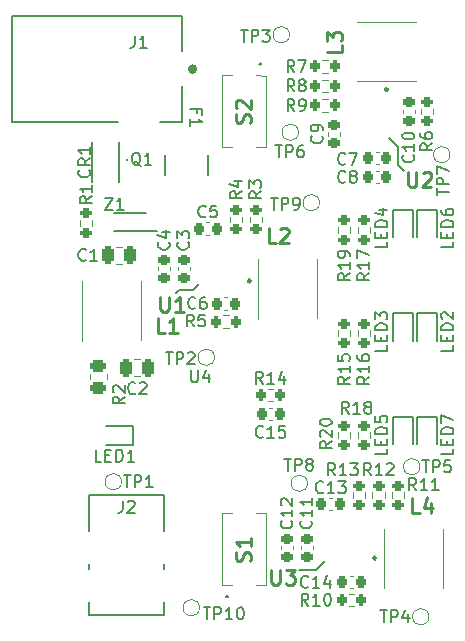
<source format=gbr>
%TF.GenerationSoftware,KiCad,Pcbnew,7.0.7*%
%TF.CreationDate,2023-10-08T11:51:16-05:00*%
%TF.ProjectId,1016 Breadboard Power Supply,31303136-2042-4726-9561-64626f617264,1*%
%TF.SameCoordinates,Original*%
%TF.FileFunction,Legend,Top*%
%TF.FilePolarity,Positive*%
%FSLAX46Y46*%
G04 Gerber Fmt 4.6, Leading zero omitted, Abs format (unit mm)*
G04 Created by KiCad (PCBNEW 7.0.7) date 2023-10-08 11:51:16*
%MOMM*%
%LPD*%
G01*
G04 APERTURE LIST*
G04 Aperture macros list*
%AMRoundRect*
0 Rectangle with rounded corners*
0 $1 Rounding radius*
0 $2 $3 $4 $5 $6 $7 $8 $9 X,Y pos of 4 corners*
0 Add a 4 corners polygon primitive as box body*
4,1,4,$2,$3,$4,$5,$6,$7,$8,$9,$2,$3,0*
0 Add four circle primitives for the rounded corners*
1,1,$1+$1,$2,$3*
1,1,$1+$1,$4,$5*
1,1,$1+$1,$6,$7*
1,1,$1+$1,$8,$9*
0 Add four rect primitives between the rounded corners*
20,1,$1+$1,$2,$3,$4,$5,0*
20,1,$1+$1,$4,$5,$6,$7,0*
20,1,$1+$1,$6,$7,$8,$9,0*
20,1,$1+$1,$8,$9,$2,$3,0*%
%AMFreePoly0*
4,1,8,0.325000,0.000126,0.325000,-0.149874,0.175000,-0.149874,0.175000,-0.150126,-0.175000,-0.150126,-0.175000,0.150126,0.175000,0.150126,0.325000,0.000126,0.325000,0.000126,$1*%
%AMFreePoly1*
4,1,6,0.250000,0.000000,0.100000,-0.150000,-0.250000,-0.150000,-0.250000,0.150000,0.250000,0.150000,0.250000,0.000000,0.250000,0.000000,$1*%
%AMFreePoly2*
4,1,6,0.250000,0.000000,0.250000,-0.150000,-0.250000,-0.150000,-0.250000,0.150000,0.100000,0.150000,0.250000,0.000000,0.250000,0.000000,$1*%
%AMFreePoly3*
4,1,6,0.250000,-0.150000,-0.100000,-0.150000,-0.250000,0.000000,-0.250000,0.150000,0.250000,0.150000,0.250000,-0.150000,0.250000,-0.150000,$1*%
%AMFreePoly4*
4,1,6,0.250000,-0.150000,-0.250000,-0.150000,-0.250000,0.000000,-0.100000,0.150000,0.250000,0.150000,0.250000,-0.150000,0.250000,-0.150000,$1*%
G04 Aperture macros list end*
%ADD10C,0.177800*%
%ADD11C,0.150000*%
%ADD12C,0.254000*%
%ADD13C,0.152400*%
%ADD14C,0.120000*%
%ADD15C,0.100000*%
%ADD16C,0.127000*%
%ADD17C,0.400000*%
%ADD18C,0.200000*%
%ADD19C,0.250000*%
%ADD20C,1.000000*%
%ADD21C,2.000000*%
%ADD22R,4.000000X1.500000*%
%ADD23RoundRect,0.200000X-0.200000X-0.275000X0.200000X-0.275000X0.200000X0.275000X-0.200000X0.275000X0*%
%ADD24RoundRect,0.250000X0.450000X-0.262500X0.450000X0.262500X-0.450000X0.262500X-0.450000X-0.262500X0*%
%ADD25RoundRect,0.200000X0.200000X0.275000X-0.200000X0.275000X-0.200000X-0.275000X0.200000X-0.275000X0*%
%ADD26O,1.508000X3.016000*%
%ADD27O,3.016000X1.508000*%
%ADD28R,0.950000X0.950000*%
%ADD29RoundRect,0.225000X-0.250000X0.225000X-0.250000X-0.225000X0.250000X-0.225000X0.250000X0.225000X0*%
%ADD30RoundRect,0.200000X-0.275000X0.200000X-0.275000X-0.200000X0.275000X-0.200000X0.275000X0.200000X0*%
%ADD31R,1.000000X1.450000*%
%ADD32RoundRect,0.250000X0.250000X0.475000X-0.250000X0.475000X-0.250000X-0.475000X0.250000X-0.475000X0*%
%ADD33C,2.387600*%
%ADD34C,0.990600*%
%ADD35C,0.787400*%
%ADD36RoundRect,0.225000X-0.225000X-0.250000X0.225000X-0.250000X0.225000X0.250000X-0.225000X0.250000X0*%
%ADD37RoundRect,0.200000X0.275000X-0.200000X0.275000X0.200000X-0.275000X0.200000X-0.275000X-0.200000X0*%
%ADD38R,0.800000X0.300000*%
%ADD39R,0.300000X0.800000*%
%ADD40R,1.750000X1.750000*%
%ADD41RoundRect,0.225000X0.225000X0.250000X-0.225000X0.250000X-0.225000X-0.250000X0.225000X-0.250000X0*%
%ADD42RoundRect,0.225000X0.250000X-0.225000X0.250000X0.225000X-0.250000X0.225000X-0.250000X-0.225000X0*%
%ADD43R,1.500000X4.000000*%
%ADD44C,2.100000*%
%ADD45R,3.403600X1.549400*%
%ADD46FreePoly0,180.000000*%
%ADD47R,0.700000X0.300000*%
%ADD48FreePoly1,180.000000*%
%ADD49FreePoly2,270.000000*%
%ADD50R,0.300000X0.700000*%
%ADD51FreePoly1,270.000000*%
%ADD52FreePoly3,180.000000*%
%ADD53FreePoly4,180.000000*%
%ADD54FreePoly3,270.000000*%
%ADD55FreePoly4,270.000000*%
%ADD56R,1.193800X1.092200*%
%ADD57R,0.430000X0.350000*%
%ADD58R,1.100000X1.250000*%
%ADD59R,0.660000X0.350000*%
%ADD60R,1.200000X0.750000*%
%ADD61R,1.700000X1.700000*%
%ADD62O,1.700000X1.700000*%
G04 APERTURE END LIST*
D10*
X59182000Y-94637000D02*
X58674000Y-95145000D01*
X57531000Y-95145000D02*
X57277000Y-95399000D01*
X76073000Y-83071000D02*
X76073000Y-84595000D01*
X69075000Y-118872000D02*
X67691000Y-118872000D01*
X75311000Y-82309000D02*
X76073000Y-83071000D01*
X69837000Y-118110000D02*
X69075000Y-118872000D01*
X76073000Y-84595000D02*
X76581000Y-85103000D01*
X58674000Y-95145000D02*
X57531000Y-95145000D01*
D11*
X59602905Y-122009819D02*
X60174333Y-122009819D01*
X59888619Y-123009819D02*
X59888619Y-122009819D01*
X60507667Y-123009819D02*
X60507667Y-122009819D01*
X60507667Y-122009819D02*
X60888619Y-122009819D01*
X60888619Y-122009819D02*
X60983857Y-122057438D01*
X60983857Y-122057438D02*
X61031476Y-122105057D01*
X61031476Y-122105057D02*
X61079095Y-122200295D01*
X61079095Y-122200295D02*
X61079095Y-122343152D01*
X61079095Y-122343152D02*
X61031476Y-122438390D01*
X61031476Y-122438390D02*
X60983857Y-122486009D01*
X60983857Y-122486009D02*
X60888619Y-122533628D01*
X60888619Y-122533628D02*
X60507667Y-122533628D01*
X62031476Y-123009819D02*
X61460048Y-123009819D01*
X61745762Y-123009819D02*
X61745762Y-122009819D01*
X61745762Y-122009819D02*
X61650524Y-122152676D01*
X61650524Y-122152676D02*
X61555286Y-122247914D01*
X61555286Y-122247914D02*
X61460048Y-122295533D01*
X62650524Y-122009819D02*
X62745762Y-122009819D01*
X62745762Y-122009819D02*
X62841000Y-122057438D01*
X62841000Y-122057438D02*
X62888619Y-122105057D01*
X62888619Y-122105057D02*
X62936238Y-122200295D01*
X62936238Y-122200295D02*
X62983857Y-122390771D01*
X62983857Y-122390771D02*
X62983857Y-122628866D01*
X62983857Y-122628866D02*
X62936238Y-122819342D01*
X62936238Y-122819342D02*
X62888619Y-122914580D01*
X62888619Y-122914580D02*
X62841000Y-122962200D01*
X62841000Y-122962200D02*
X62745762Y-123009819D01*
X62745762Y-123009819D02*
X62650524Y-123009819D01*
X62650524Y-123009819D02*
X62555286Y-122962200D01*
X62555286Y-122962200D02*
X62507667Y-122914580D01*
X62507667Y-122914580D02*
X62460048Y-122819342D01*
X62460048Y-122819342D02*
X62412429Y-122628866D01*
X62412429Y-122628866D02*
X62412429Y-122390771D01*
X62412429Y-122390771D02*
X62460048Y-122200295D01*
X62460048Y-122200295D02*
X62507667Y-122105057D01*
X62507667Y-122105057D02*
X62555286Y-122057438D01*
X62555286Y-122057438D02*
X62650524Y-122009819D01*
X65286095Y-87338819D02*
X65857523Y-87338819D01*
X65571809Y-88338819D02*
X65571809Y-87338819D01*
X66190857Y-88338819D02*
X66190857Y-87338819D01*
X66190857Y-87338819D02*
X66571809Y-87338819D01*
X66571809Y-87338819D02*
X66667047Y-87386438D01*
X66667047Y-87386438D02*
X66714666Y-87434057D01*
X66714666Y-87434057D02*
X66762285Y-87529295D01*
X66762285Y-87529295D02*
X66762285Y-87672152D01*
X66762285Y-87672152D02*
X66714666Y-87767390D01*
X66714666Y-87767390D02*
X66667047Y-87815009D01*
X66667047Y-87815009D02*
X66571809Y-87862628D01*
X66571809Y-87862628D02*
X66190857Y-87862628D01*
X67238476Y-88338819D02*
X67428952Y-88338819D01*
X67428952Y-88338819D02*
X67524190Y-88291200D01*
X67524190Y-88291200D02*
X67571809Y-88243580D01*
X67571809Y-88243580D02*
X67667047Y-88100723D01*
X67667047Y-88100723D02*
X67714666Y-87910247D01*
X67714666Y-87910247D02*
X67714666Y-87529295D01*
X67714666Y-87529295D02*
X67667047Y-87434057D01*
X67667047Y-87434057D02*
X67619428Y-87386438D01*
X67619428Y-87386438D02*
X67524190Y-87338819D01*
X67524190Y-87338819D02*
X67333714Y-87338819D01*
X67333714Y-87338819D02*
X67238476Y-87386438D01*
X67238476Y-87386438D02*
X67190857Y-87434057D01*
X67190857Y-87434057D02*
X67143238Y-87529295D01*
X67143238Y-87529295D02*
X67143238Y-87767390D01*
X67143238Y-87767390D02*
X67190857Y-87862628D01*
X67190857Y-87862628D02*
X67238476Y-87910247D01*
X67238476Y-87910247D02*
X67333714Y-87957866D01*
X67333714Y-87957866D02*
X67524190Y-87957866D01*
X67524190Y-87957866D02*
X67619428Y-87910247D01*
X67619428Y-87910247D02*
X67667047Y-87862628D01*
X67667047Y-87862628D02*
X67714666Y-87767390D01*
X66429095Y-109436819D02*
X67000523Y-109436819D01*
X66714809Y-110436819D02*
X66714809Y-109436819D01*
X67333857Y-110436819D02*
X67333857Y-109436819D01*
X67333857Y-109436819D02*
X67714809Y-109436819D01*
X67714809Y-109436819D02*
X67810047Y-109484438D01*
X67810047Y-109484438D02*
X67857666Y-109532057D01*
X67857666Y-109532057D02*
X67905285Y-109627295D01*
X67905285Y-109627295D02*
X67905285Y-109770152D01*
X67905285Y-109770152D02*
X67857666Y-109865390D01*
X67857666Y-109865390D02*
X67810047Y-109913009D01*
X67810047Y-109913009D02*
X67714809Y-109960628D01*
X67714809Y-109960628D02*
X67333857Y-109960628D01*
X68476714Y-109865390D02*
X68381476Y-109817771D01*
X68381476Y-109817771D02*
X68333857Y-109770152D01*
X68333857Y-109770152D02*
X68286238Y-109674914D01*
X68286238Y-109674914D02*
X68286238Y-109627295D01*
X68286238Y-109627295D02*
X68333857Y-109532057D01*
X68333857Y-109532057D02*
X68381476Y-109484438D01*
X68381476Y-109484438D02*
X68476714Y-109436819D01*
X68476714Y-109436819D02*
X68667190Y-109436819D01*
X68667190Y-109436819D02*
X68762428Y-109484438D01*
X68762428Y-109484438D02*
X68810047Y-109532057D01*
X68810047Y-109532057D02*
X68857666Y-109627295D01*
X68857666Y-109627295D02*
X68857666Y-109674914D01*
X68857666Y-109674914D02*
X68810047Y-109770152D01*
X68810047Y-109770152D02*
X68762428Y-109817771D01*
X68762428Y-109817771D02*
X68667190Y-109865390D01*
X68667190Y-109865390D02*
X68476714Y-109865390D01*
X68476714Y-109865390D02*
X68381476Y-109913009D01*
X68381476Y-109913009D02*
X68333857Y-109960628D01*
X68333857Y-109960628D02*
X68286238Y-110055866D01*
X68286238Y-110055866D02*
X68286238Y-110246342D01*
X68286238Y-110246342D02*
X68333857Y-110341580D01*
X68333857Y-110341580D02*
X68381476Y-110389200D01*
X68381476Y-110389200D02*
X68476714Y-110436819D01*
X68476714Y-110436819D02*
X68667190Y-110436819D01*
X68667190Y-110436819D02*
X68762428Y-110389200D01*
X68762428Y-110389200D02*
X68810047Y-110341580D01*
X68810047Y-110341580D02*
X68857666Y-110246342D01*
X68857666Y-110246342D02*
X68857666Y-110055866D01*
X68857666Y-110055866D02*
X68810047Y-109960628D01*
X68810047Y-109960628D02*
X68762428Y-109913009D01*
X68762428Y-109913009D02*
X68667190Y-109865390D01*
X79337819Y-87113904D02*
X79337819Y-86542476D01*
X80337819Y-86828190D02*
X79337819Y-86828190D01*
X80337819Y-86209142D02*
X79337819Y-86209142D01*
X79337819Y-86209142D02*
X79337819Y-85828190D01*
X79337819Y-85828190D02*
X79385438Y-85732952D01*
X79385438Y-85732952D02*
X79433057Y-85685333D01*
X79433057Y-85685333D02*
X79528295Y-85637714D01*
X79528295Y-85637714D02*
X79671152Y-85637714D01*
X79671152Y-85637714D02*
X79766390Y-85685333D01*
X79766390Y-85685333D02*
X79814009Y-85732952D01*
X79814009Y-85732952D02*
X79861628Y-85828190D01*
X79861628Y-85828190D02*
X79861628Y-86209142D01*
X79337819Y-85304380D02*
X79337819Y-84637714D01*
X79337819Y-84637714D02*
X80337819Y-85066285D01*
X65667095Y-82893819D02*
X66238523Y-82893819D01*
X65952809Y-83893819D02*
X65952809Y-82893819D01*
X66571857Y-83893819D02*
X66571857Y-82893819D01*
X66571857Y-82893819D02*
X66952809Y-82893819D01*
X66952809Y-82893819D02*
X67048047Y-82941438D01*
X67048047Y-82941438D02*
X67095666Y-82989057D01*
X67095666Y-82989057D02*
X67143285Y-83084295D01*
X67143285Y-83084295D02*
X67143285Y-83227152D01*
X67143285Y-83227152D02*
X67095666Y-83322390D01*
X67095666Y-83322390D02*
X67048047Y-83370009D01*
X67048047Y-83370009D02*
X66952809Y-83417628D01*
X66952809Y-83417628D02*
X66571857Y-83417628D01*
X68000428Y-82893819D02*
X67809952Y-82893819D01*
X67809952Y-82893819D02*
X67714714Y-82941438D01*
X67714714Y-82941438D02*
X67667095Y-82989057D01*
X67667095Y-82989057D02*
X67571857Y-83131914D01*
X67571857Y-83131914D02*
X67524238Y-83322390D01*
X67524238Y-83322390D02*
X67524238Y-83703342D01*
X67524238Y-83703342D02*
X67571857Y-83798580D01*
X67571857Y-83798580D02*
X67619476Y-83846200D01*
X67619476Y-83846200D02*
X67714714Y-83893819D01*
X67714714Y-83893819D02*
X67905190Y-83893819D01*
X67905190Y-83893819D02*
X68000428Y-83846200D01*
X68000428Y-83846200D02*
X68048047Y-83798580D01*
X68048047Y-83798580D02*
X68095666Y-83703342D01*
X68095666Y-83703342D02*
X68095666Y-83465247D01*
X68095666Y-83465247D02*
X68048047Y-83370009D01*
X68048047Y-83370009D02*
X68000428Y-83322390D01*
X68000428Y-83322390D02*
X67905190Y-83274771D01*
X67905190Y-83274771D02*
X67714714Y-83274771D01*
X67714714Y-83274771D02*
X67619476Y-83322390D01*
X67619476Y-83322390D02*
X67571857Y-83370009D01*
X67571857Y-83370009D02*
X67524238Y-83465247D01*
X78113095Y-109563819D02*
X78684523Y-109563819D01*
X78398809Y-110563819D02*
X78398809Y-109563819D01*
X79017857Y-110563819D02*
X79017857Y-109563819D01*
X79017857Y-109563819D02*
X79398809Y-109563819D01*
X79398809Y-109563819D02*
X79494047Y-109611438D01*
X79494047Y-109611438D02*
X79541666Y-109659057D01*
X79541666Y-109659057D02*
X79589285Y-109754295D01*
X79589285Y-109754295D02*
X79589285Y-109897152D01*
X79589285Y-109897152D02*
X79541666Y-109992390D01*
X79541666Y-109992390D02*
X79494047Y-110040009D01*
X79494047Y-110040009D02*
X79398809Y-110087628D01*
X79398809Y-110087628D02*
X79017857Y-110087628D01*
X80494047Y-109563819D02*
X80017857Y-109563819D01*
X80017857Y-109563819D02*
X79970238Y-110040009D01*
X79970238Y-110040009D02*
X80017857Y-109992390D01*
X80017857Y-109992390D02*
X80113095Y-109944771D01*
X80113095Y-109944771D02*
X80351190Y-109944771D01*
X80351190Y-109944771D02*
X80446428Y-109992390D01*
X80446428Y-109992390D02*
X80494047Y-110040009D01*
X80494047Y-110040009D02*
X80541666Y-110135247D01*
X80541666Y-110135247D02*
X80541666Y-110373342D01*
X80541666Y-110373342D02*
X80494047Y-110468580D01*
X80494047Y-110468580D02*
X80446428Y-110516200D01*
X80446428Y-110516200D02*
X80351190Y-110563819D01*
X80351190Y-110563819D02*
X80113095Y-110563819D01*
X80113095Y-110563819D02*
X80017857Y-110516200D01*
X80017857Y-110516200D02*
X79970238Y-110468580D01*
X74557095Y-122263819D02*
X75128523Y-122263819D01*
X74842809Y-123263819D02*
X74842809Y-122263819D01*
X75461857Y-123263819D02*
X75461857Y-122263819D01*
X75461857Y-122263819D02*
X75842809Y-122263819D01*
X75842809Y-122263819D02*
X75938047Y-122311438D01*
X75938047Y-122311438D02*
X75985666Y-122359057D01*
X75985666Y-122359057D02*
X76033285Y-122454295D01*
X76033285Y-122454295D02*
X76033285Y-122597152D01*
X76033285Y-122597152D02*
X75985666Y-122692390D01*
X75985666Y-122692390D02*
X75938047Y-122740009D01*
X75938047Y-122740009D02*
X75842809Y-122787628D01*
X75842809Y-122787628D02*
X75461857Y-122787628D01*
X76890428Y-122597152D02*
X76890428Y-123263819D01*
X76652333Y-122216200D02*
X76414238Y-122930485D01*
X76414238Y-122930485D02*
X77033285Y-122930485D01*
X62746095Y-73114819D02*
X63317523Y-73114819D01*
X63031809Y-74114819D02*
X63031809Y-73114819D01*
X63650857Y-74114819D02*
X63650857Y-73114819D01*
X63650857Y-73114819D02*
X64031809Y-73114819D01*
X64031809Y-73114819D02*
X64127047Y-73162438D01*
X64127047Y-73162438D02*
X64174666Y-73210057D01*
X64174666Y-73210057D02*
X64222285Y-73305295D01*
X64222285Y-73305295D02*
X64222285Y-73448152D01*
X64222285Y-73448152D02*
X64174666Y-73543390D01*
X64174666Y-73543390D02*
X64127047Y-73591009D01*
X64127047Y-73591009D02*
X64031809Y-73638628D01*
X64031809Y-73638628D02*
X63650857Y-73638628D01*
X64555619Y-73114819D02*
X65174666Y-73114819D01*
X65174666Y-73114819D02*
X64841333Y-73495771D01*
X64841333Y-73495771D02*
X64984190Y-73495771D01*
X64984190Y-73495771D02*
X65079428Y-73543390D01*
X65079428Y-73543390D02*
X65127047Y-73591009D01*
X65127047Y-73591009D02*
X65174666Y-73686247D01*
X65174666Y-73686247D02*
X65174666Y-73924342D01*
X65174666Y-73924342D02*
X65127047Y-74019580D01*
X65127047Y-74019580D02*
X65079428Y-74067200D01*
X65079428Y-74067200D02*
X64984190Y-74114819D01*
X64984190Y-74114819D02*
X64698476Y-74114819D01*
X64698476Y-74114819D02*
X64603238Y-74067200D01*
X64603238Y-74067200D02*
X64555619Y-74019580D01*
X56396095Y-100419819D02*
X56967523Y-100419819D01*
X56681809Y-101419819D02*
X56681809Y-100419819D01*
X57300857Y-101419819D02*
X57300857Y-100419819D01*
X57300857Y-100419819D02*
X57681809Y-100419819D01*
X57681809Y-100419819D02*
X57777047Y-100467438D01*
X57777047Y-100467438D02*
X57824666Y-100515057D01*
X57824666Y-100515057D02*
X57872285Y-100610295D01*
X57872285Y-100610295D02*
X57872285Y-100753152D01*
X57872285Y-100753152D02*
X57824666Y-100848390D01*
X57824666Y-100848390D02*
X57777047Y-100896009D01*
X57777047Y-100896009D02*
X57681809Y-100943628D01*
X57681809Y-100943628D02*
X57300857Y-100943628D01*
X58253238Y-100515057D02*
X58300857Y-100467438D01*
X58300857Y-100467438D02*
X58396095Y-100419819D01*
X58396095Y-100419819D02*
X58634190Y-100419819D01*
X58634190Y-100419819D02*
X58729428Y-100467438D01*
X58729428Y-100467438D02*
X58777047Y-100515057D01*
X58777047Y-100515057D02*
X58824666Y-100610295D01*
X58824666Y-100610295D02*
X58824666Y-100705533D01*
X58824666Y-100705533D02*
X58777047Y-100848390D01*
X58777047Y-100848390D02*
X58205619Y-101419819D01*
X58205619Y-101419819D02*
X58824666Y-101419819D01*
X52840095Y-110833819D02*
X53411523Y-110833819D01*
X53125809Y-111833819D02*
X53125809Y-110833819D01*
X53744857Y-111833819D02*
X53744857Y-110833819D01*
X53744857Y-110833819D02*
X54125809Y-110833819D01*
X54125809Y-110833819D02*
X54221047Y-110881438D01*
X54221047Y-110881438D02*
X54268666Y-110929057D01*
X54268666Y-110929057D02*
X54316285Y-111024295D01*
X54316285Y-111024295D02*
X54316285Y-111167152D01*
X54316285Y-111167152D02*
X54268666Y-111262390D01*
X54268666Y-111262390D02*
X54221047Y-111310009D01*
X54221047Y-111310009D02*
X54125809Y-111357628D01*
X54125809Y-111357628D02*
X53744857Y-111357628D01*
X55268666Y-111833819D02*
X54697238Y-111833819D01*
X54982952Y-111833819D02*
X54982952Y-110833819D01*
X54982952Y-110833819D02*
X54887714Y-110976676D01*
X54887714Y-110976676D02*
X54792476Y-111071914D01*
X54792476Y-111071914D02*
X54697238Y-111119533D01*
D12*
X56303333Y-98745318D02*
X55698571Y-98745318D01*
X55698571Y-98745318D02*
X55698571Y-97475318D01*
X57391905Y-98745318D02*
X56666190Y-98745318D01*
X57029047Y-98745318D02*
X57029047Y-97475318D01*
X57029047Y-97475318D02*
X56908095Y-97656746D01*
X56908095Y-97656746D02*
X56787143Y-97777699D01*
X56787143Y-97777699D02*
X56666190Y-97838175D01*
D11*
X67270333Y-76667819D02*
X66937000Y-76191628D01*
X66698905Y-76667819D02*
X66698905Y-75667819D01*
X66698905Y-75667819D02*
X67079857Y-75667819D01*
X67079857Y-75667819D02*
X67175095Y-75715438D01*
X67175095Y-75715438D02*
X67222714Y-75763057D01*
X67222714Y-75763057D02*
X67270333Y-75858295D01*
X67270333Y-75858295D02*
X67270333Y-76001152D01*
X67270333Y-76001152D02*
X67222714Y-76096390D01*
X67222714Y-76096390D02*
X67175095Y-76144009D01*
X67175095Y-76144009D02*
X67079857Y-76191628D01*
X67079857Y-76191628D02*
X66698905Y-76191628D01*
X67603667Y-75667819D02*
X68270333Y-75667819D01*
X68270333Y-75667819D02*
X67841762Y-76667819D01*
X52905819Y-104179666D02*
X52429628Y-104512999D01*
X52905819Y-104751094D02*
X51905819Y-104751094D01*
X51905819Y-104751094D02*
X51905819Y-104370142D01*
X51905819Y-104370142D02*
X51953438Y-104274904D01*
X51953438Y-104274904D02*
X52001057Y-104227285D01*
X52001057Y-104227285D02*
X52096295Y-104179666D01*
X52096295Y-104179666D02*
X52239152Y-104179666D01*
X52239152Y-104179666D02*
X52334390Y-104227285D01*
X52334390Y-104227285D02*
X52382009Y-104274904D01*
X52382009Y-104274904D02*
X52429628Y-104370142D01*
X52429628Y-104370142D02*
X52429628Y-104751094D01*
X52001057Y-103798713D02*
X51953438Y-103751094D01*
X51953438Y-103751094D02*
X51905819Y-103655856D01*
X51905819Y-103655856D02*
X51905819Y-103417761D01*
X51905819Y-103417761D02*
X51953438Y-103322523D01*
X51953438Y-103322523D02*
X52001057Y-103274904D01*
X52001057Y-103274904D02*
X52096295Y-103227285D01*
X52096295Y-103227285D02*
X52191533Y-103227285D01*
X52191533Y-103227285D02*
X52334390Y-103274904D01*
X52334390Y-103274904D02*
X52905819Y-103846332D01*
X52905819Y-103846332D02*
X52905819Y-103227285D01*
X67270333Y-79969819D02*
X66937000Y-79493628D01*
X66698905Y-79969819D02*
X66698905Y-78969819D01*
X66698905Y-78969819D02*
X67079857Y-78969819D01*
X67079857Y-78969819D02*
X67175095Y-79017438D01*
X67175095Y-79017438D02*
X67222714Y-79065057D01*
X67222714Y-79065057D02*
X67270333Y-79160295D01*
X67270333Y-79160295D02*
X67270333Y-79303152D01*
X67270333Y-79303152D02*
X67222714Y-79398390D01*
X67222714Y-79398390D02*
X67175095Y-79446009D01*
X67175095Y-79446009D02*
X67079857Y-79493628D01*
X67079857Y-79493628D02*
X66698905Y-79493628D01*
X67746524Y-79969819D02*
X67937000Y-79969819D01*
X67937000Y-79969819D02*
X68032238Y-79922200D01*
X68032238Y-79922200D02*
X68079857Y-79874580D01*
X68079857Y-79874580D02*
X68175095Y-79731723D01*
X68175095Y-79731723D02*
X68222714Y-79541247D01*
X68222714Y-79541247D02*
X68222714Y-79160295D01*
X68222714Y-79160295D02*
X68175095Y-79065057D01*
X68175095Y-79065057D02*
X68127476Y-79017438D01*
X68127476Y-79017438D02*
X68032238Y-78969819D01*
X68032238Y-78969819D02*
X67841762Y-78969819D01*
X67841762Y-78969819D02*
X67746524Y-79017438D01*
X67746524Y-79017438D02*
X67698905Y-79065057D01*
X67698905Y-79065057D02*
X67651286Y-79160295D01*
X67651286Y-79160295D02*
X67651286Y-79398390D01*
X67651286Y-79398390D02*
X67698905Y-79493628D01*
X67698905Y-79493628D02*
X67746524Y-79541247D01*
X67746524Y-79541247D02*
X67841762Y-79588866D01*
X67841762Y-79588866D02*
X68032238Y-79588866D01*
X68032238Y-79588866D02*
X68127476Y-79541247D01*
X68127476Y-79541247D02*
X68175095Y-79493628D01*
X68175095Y-79493628D02*
X68222714Y-79398390D01*
X53768068Y-73621854D02*
X53768068Y-74337422D01*
X53768068Y-74337422D02*
X53720364Y-74480535D01*
X53720364Y-74480535D02*
X53624955Y-74575945D01*
X53624955Y-74575945D02*
X53481841Y-74623649D01*
X53481841Y-74623649D02*
X53386432Y-74623649D01*
X54769863Y-74623649D02*
X54197409Y-74623649D01*
X54483636Y-74623649D02*
X54483636Y-73621854D01*
X54483636Y-73621854D02*
X54388227Y-73764968D01*
X54388227Y-73764968D02*
X54292818Y-73860377D01*
X54292818Y-73860377D02*
X54197409Y-73908081D01*
D13*
X80726095Y-91052951D02*
X80726095Y-91536761D01*
X80726095Y-91536761D02*
X79710095Y-91536761D01*
X80193905Y-90714285D02*
X80193905Y-90375618D01*
X80726095Y-90230475D02*
X80726095Y-90714285D01*
X80726095Y-90714285D02*
X79710095Y-90714285D01*
X79710095Y-90714285D02*
X79710095Y-90230475D01*
X80726095Y-89795047D02*
X79710095Y-89795047D01*
X79710095Y-89795047D02*
X79710095Y-89553142D01*
X79710095Y-89553142D02*
X79758476Y-89407999D01*
X79758476Y-89407999D02*
X79855238Y-89311237D01*
X79855238Y-89311237D02*
X79952000Y-89262856D01*
X79952000Y-89262856D02*
X80145524Y-89214475D01*
X80145524Y-89214475D02*
X80290667Y-89214475D01*
X80290667Y-89214475D02*
X80484191Y-89262856D01*
X80484191Y-89262856D02*
X80580953Y-89311237D01*
X80580953Y-89311237D02*
X80677715Y-89407999D01*
X80677715Y-89407999D02*
X80726095Y-89553142D01*
X80726095Y-89553142D02*
X80726095Y-89795047D01*
X79710095Y-88343618D02*
X79710095Y-88537142D01*
X79710095Y-88537142D02*
X79758476Y-88633904D01*
X79758476Y-88633904D02*
X79806857Y-88682285D01*
X79806857Y-88682285D02*
X79952000Y-88779047D01*
X79952000Y-88779047D02*
X80145524Y-88827428D01*
X80145524Y-88827428D02*
X80532572Y-88827428D01*
X80532572Y-88827428D02*
X80629334Y-88779047D01*
X80629334Y-88779047D02*
X80677715Y-88730666D01*
X80677715Y-88730666D02*
X80726095Y-88633904D01*
X80726095Y-88633904D02*
X80726095Y-88440380D01*
X80726095Y-88440380D02*
X80677715Y-88343618D01*
X80677715Y-88343618D02*
X80629334Y-88295237D01*
X80629334Y-88295237D02*
X80532572Y-88246856D01*
X80532572Y-88246856D02*
X80290667Y-88246856D01*
X80290667Y-88246856D02*
X80193905Y-88295237D01*
X80193905Y-88295237D02*
X80145524Y-88343618D01*
X80145524Y-88343618D02*
X80097143Y-88440380D01*
X80097143Y-88440380D02*
X80097143Y-88633904D01*
X80097143Y-88633904D02*
X80145524Y-88730666D01*
X80145524Y-88730666D02*
X80193905Y-88779047D01*
X80193905Y-88779047D02*
X80290667Y-88827428D01*
X50933048Y-109682095D02*
X50449238Y-109682095D01*
X50449238Y-109682095D02*
X50449238Y-108666095D01*
X51271714Y-109149905D02*
X51610381Y-109149905D01*
X51755524Y-109682095D02*
X51271714Y-109682095D01*
X51271714Y-109682095D02*
X51271714Y-108666095D01*
X51271714Y-108666095D02*
X51755524Y-108666095D01*
X52190952Y-109682095D02*
X52190952Y-108666095D01*
X52190952Y-108666095D02*
X52432857Y-108666095D01*
X52432857Y-108666095D02*
X52578000Y-108714476D01*
X52578000Y-108714476D02*
X52674762Y-108811238D01*
X52674762Y-108811238D02*
X52723143Y-108908000D01*
X52723143Y-108908000D02*
X52771524Y-109101524D01*
X52771524Y-109101524D02*
X52771524Y-109246667D01*
X52771524Y-109246667D02*
X52723143Y-109440191D01*
X52723143Y-109440191D02*
X52674762Y-109536953D01*
X52674762Y-109536953D02*
X52578000Y-109633715D01*
X52578000Y-109633715D02*
X52432857Y-109682095D01*
X52432857Y-109682095D02*
X52190952Y-109682095D01*
X53739143Y-109682095D02*
X53158571Y-109682095D01*
X53448857Y-109682095D02*
X53448857Y-108666095D01*
X53448857Y-108666095D02*
X53352095Y-108811238D01*
X53352095Y-108811238D02*
X53255333Y-108908000D01*
X53255333Y-108908000D02*
X53158571Y-108956381D01*
D11*
X67021580Y-114688857D02*
X67069200Y-114736476D01*
X67069200Y-114736476D02*
X67116819Y-114879333D01*
X67116819Y-114879333D02*
X67116819Y-114974571D01*
X67116819Y-114974571D02*
X67069200Y-115117428D01*
X67069200Y-115117428D02*
X66973961Y-115212666D01*
X66973961Y-115212666D02*
X66878723Y-115260285D01*
X66878723Y-115260285D02*
X66688247Y-115307904D01*
X66688247Y-115307904D02*
X66545390Y-115307904D01*
X66545390Y-115307904D02*
X66354914Y-115260285D01*
X66354914Y-115260285D02*
X66259676Y-115212666D01*
X66259676Y-115212666D02*
X66164438Y-115117428D01*
X66164438Y-115117428D02*
X66116819Y-114974571D01*
X66116819Y-114974571D02*
X66116819Y-114879333D01*
X66116819Y-114879333D02*
X66164438Y-114736476D01*
X66164438Y-114736476D02*
X66212057Y-114688857D01*
X67116819Y-113736476D02*
X67116819Y-114307904D01*
X67116819Y-114022190D02*
X66116819Y-114022190D01*
X66116819Y-114022190D02*
X66259676Y-114117428D01*
X66259676Y-114117428D02*
X66354914Y-114212666D01*
X66354914Y-114212666D02*
X66402533Y-114307904D01*
X66212057Y-113355523D02*
X66164438Y-113307904D01*
X66164438Y-113307904D02*
X66116819Y-113212666D01*
X66116819Y-113212666D02*
X66116819Y-112974571D01*
X66116819Y-112974571D02*
X66164438Y-112879333D01*
X66164438Y-112879333D02*
X66212057Y-112831714D01*
X66212057Y-112831714D02*
X66307295Y-112784095D01*
X66307295Y-112784095D02*
X66402533Y-112784095D01*
X66402533Y-112784095D02*
X66545390Y-112831714D01*
X66545390Y-112831714D02*
X67116819Y-113403142D01*
X67116819Y-113403142D02*
X67116819Y-112784095D01*
X71874142Y-105610819D02*
X71540809Y-105134628D01*
X71302714Y-105610819D02*
X71302714Y-104610819D01*
X71302714Y-104610819D02*
X71683666Y-104610819D01*
X71683666Y-104610819D02*
X71778904Y-104658438D01*
X71778904Y-104658438D02*
X71826523Y-104706057D01*
X71826523Y-104706057D02*
X71874142Y-104801295D01*
X71874142Y-104801295D02*
X71874142Y-104944152D01*
X71874142Y-104944152D02*
X71826523Y-105039390D01*
X71826523Y-105039390D02*
X71778904Y-105087009D01*
X71778904Y-105087009D02*
X71683666Y-105134628D01*
X71683666Y-105134628D02*
X71302714Y-105134628D01*
X72826523Y-105610819D02*
X72255095Y-105610819D01*
X72540809Y-105610819D02*
X72540809Y-104610819D01*
X72540809Y-104610819D02*
X72445571Y-104753676D01*
X72445571Y-104753676D02*
X72350333Y-104848914D01*
X72350333Y-104848914D02*
X72255095Y-104896533D01*
X73397952Y-105039390D02*
X73302714Y-104991771D01*
X73302714Y-104991771D02*
X73255095Y-104944152D01*
X73255095Y-104944152D02*
X73207476Y-104848914D01*
X73207476Y-104848914D02*
X73207476Y-104801295D01*
X73207476Y-104801295D02*
X73255095Y-104706057D01*
X73255095Y-104706057D02*
X73302714Y-104658438D01*
X73302714Y-104658438D02*
X73397952Y-104610819D01*
X73397952Y-104610819D02*
X73588428Y-104610819D01*
X73588428Y-104610819D02*
X73683666Y-104658438D01*
X73683666Y-104658438D02*
X73731285Y-104706057D01*
X73731285Y-104706057D02*
X73778904Y-104801295D01*
X73778904Y-104801295D02*
X73778904Y-104848914D01*
X73778904Y-104848914D02*
X73731285Y-104944152D01*
X73731285Y-104944152D02*
X73683666Y-104991771D01*
X73683666Y-104991771D02*
X73588428Y-105039390D01*
X73588428Y-105039390D02*
X73397952Y-105039390D01*
X73397952Y-105039390D02*
X73302714Y-105087009D01*
X73302714Y-105087009D02*
X73255095Y-105134628D01*
X73255095Y-105134628D02*
X73207476Y-105229866D01*
X73207476Y-105229866D02*
X73207476Y-105420342D01*
X73207476Y-105420342D02*
X73255095Y-105515580D01*
X73255095Y-105515580D02*
X73302714Y-105563200D01*
X73302714Y-105563200D02*
X73397952Y-105610819D01*
X73397952Y-105610819D02*
X73588428Y-105610819D01*
X73588428Y-105610819D02*
X73683666Y-105563200D01*
X73683666Y-105563200D02*
X73731285Y-105515580D01*
X73731285Y-105515580D02*
X73778904Y-105420342D01*
X73778904Y-105420342D02*
X73778904Y-105229866D01*
X73778904Y-105229866D02*
X73731285Y-105134628D01*
X73731285Y-105134628D02*
X73683666Y-105087009D01*
X73683666Y-105087009D02*
X73588428Y-105039390D01*
D13*
X75138095Y-99815951D02*
X75138095Y-100299761D01*
X75138095Y-100299761D02*
X74122095Y-100299761D01*
X74605905Y-99477285D02*
X74605905Y-99138618D01*
X75138095Y-98993475D02*
X75138095Y-99477285D01*
X75138095Y-99477285D02*
X74122095Y-99477285D01*
X74122095Y-99477285D02*
X74122095Y-98993475D01*
X75138095Y-98558047D02*
X74122095Y-98558047D01*
X74122095Y-98558047D02*
X74122095Y-98316142D01*
X74122095Y-98316142D02*
X74170476Y-98170999D01*
X74170476Y-98170999D02*
X74267238Y-98074237D01*
X74267238Y-98074237D02*
X74364000Y-98025856D01*
X74364000Y-98025856D02*
X74557524Y-97977475D01*
X74557524Y-97977475D02*
X74702667Y-97977475D01*
X74702667Y-97977475D02*
X74896191Y-98025856D01*
X74896191Y-98025856D02*
X74992953Y-98074237D01*
X74992953Y-98074237D02*
X75089715Y-98170999D01*
X75089715Y-98170999D02*
X75138095Y-98316142D01*
X75138095Y-98316142D02*
X75138095Y-98558047D01*
X74122095Y-97638809D02*
X74122095Y-97009856D01*
X74122095Y-97009856D02*
X74509143Y-97348523D01*
X74509143Y-97348523D02*
X74509143Y-97203380D01*
X74509143Y-97203380D02*
X74557524Y-97106618D01*
X74557524Y-97106618D02*
X74605905Y-97058237D01*
X74605905Y-97058237D02*
X74702667Y-97009856D01*
X74702667Y-97009856D02*
X74944572Y-97009856D01*
X74944572Y-97009856D02*
X75041334Y-97058237D01*
X75041334Y-97058237D02*
X75089715Y-97106618D01*
X75089715Y-97106618D02*
X75138095Y-97203380D01*
X75138095Y-97203380D02*
X75138095Y-97493666D01*
X75138095Y-97493666D02*
X75089715Y-97590428D01*
X75089715Y-97590428D02*
X75041334Y-97638809D01*
D12*
X63505842Y-80977619D02*
X63566318Y-80796190D01*
X63566318Y-80796190D02*
X63566318Y-80493809D01*
X63566318Y-80493809D02*
X63505842Y-80372857D01*
X63505842Y-80372857D02*
X63445365Y-80312381D01*
X63445365Y-80312381D02*
X63324413Y-80251904D01*
X63324413Y-80251904D02*
X63203461Y-80251904D01*
X63203461Y-80251904D02*
X63082508Y-80312381D01*
X63082508Y-80312381D02*
X63022032Y-80372857D01*
X63022032Y-80372857D02*
X62961556Y-80493809D01*
X62961556Y-80493809D02*
X62901080Y-80735714D01*
X62901080Y-80735714D02*
X62840603Y-80856666D01*
X62840603Y-80856666D02*
X62780127Y-80917143D01*
X62780127Y-80917143D02*
X62659175Y-80977619D01*
X62659175Y-80977619D02*
X62538222Y-80977619D01*
X62538222Y-80977619D02*
X62417270Y-80917143D01*
X62417270Y-80917143D02*
X62356794Y-80856666D01*
X62356794Y-80856666D02*
X62296318Y-80735714D01*
X62296318Y-80735714D02*
X62296318Y-80433333D01*
X62296318Y-80433333D02*
X62356794Y-80251904D01*
X62417270Y-79768095D02*
X62356794Y-79707619D01*
X62356794Y-79707619D02*
X62296318Y-79586666D01*
X62296318Y-79586666D02*
X62296318Y-79284285D01*
X62296318Y-79284285D02*
X62356794Y-79163333D01*
X62356794Y-79163333D02*
X62417270Y-79102857D01*
X62417270Y-79102857D02*
X62538222Y-79042380D01*
X62538222Y-79042380D02*
X62659175Y-79042380D01*
X62659175Y-79042380D02*
X62840603Y-79102857D01*
X62840603Y-79102857D02*
X63566318Y-79828571D01*
X63566318Y-79828571D02*
X63566318Y-79042380D01*
D11*
X53808333Y-103864580D02*
X53760714Y-103912200D01*
X53760714Y-103912200D02*
X53617857Y-103959819D01*
X53617857Y-103959819D02*
X53522619Y-103959819D01*
X53522619Y-103959819D02*
X53379762Y-103912200D01*
X53379762Y-103912200D02*
X53284524Y-103816961D01*
X53284524Y-103816961D02*
X53236905Y-103721723D01*
X53236905Y-103721723D02*
X53189286Y-103531247D01*
X53189286Y-103531247D02*
X53189286Y-103388390D01*
X53189286Y-103388390D02*
X53236905Y-103197914D01*
X53236905Y-103197914D02*
X53284524Y-103102676D01*
X53284524Y-103102676D02*
X53379762Y-103007438D01*
X53379762Y-103007438D02*
X53522619Y-102959819D01*
X53522619Y-102959819D02*
X53617857Y-102959819D01*
X53617857Y-102959819D02*
X53760714Y-103007438D01*
X53760714Y-103007438D02*
X53808333Y-103055057D01*
X54189286Y-103055057D02*
X54236905Y-103007438D01*
X54236905Y-103007438D02*
X54332143Y-102959819D01*
X54332143Y-102959819D02*
X54570238Y-102959819D01*
X54570238Y-102959819D02*
X54665476Y-103007438D01*
X54665476Y-103007438D02*
X54713095Y-103055057D01*
X54713095Y-103055057D02*
X54760714Y-103150295D01*
X54760714Y-103150295D02*
X54760714Y-103245533D01*
X54760714Y-103245533D02*
X54713095Y-103388390D01*
X54713095Y-103388390D02*
X54141667Y-103959819D01*
X54141667Y-103959819D02*
X54760714Y-103959819D01*
X64462819Y-86802666D02*
X63986628Y-87135999D01*
X64462819Y-87374094D02*
X63462819Y-87374094D01*
X63462819Y-87374094D02*
X63462819Y-86993142D01*
X63462819Y-86993142D02*
X63510438Y-86897904D01*
X63510438Y-86897904D02*
X63558057Y-86850285D01*
X63558057Y-86850285D02*
X63653295Y-86802666D01*
X63653295Y-86802666D02*
X63796152Y-86802666D01*
X63796152Y-86802666D02*
X63891390Y-86850285D01*
X63891390Y-86850285D02*
X63939009Y-86897904D01*
X63939009Y-86897904D02*
X63986628Y-86993142D01*
X63986628Y-86993142D02*
X63986628Y-87374094D01*
X63462819Y-86469332D02*
X63462819Y-85850285D01*
X63462819Y-85850285D02*
X63843771Y-86183618D01*
X63843771Y-86183618D02*
X63843771Y-86040761D01*
X63843771Y-86040761D02*
X63891390Y-85945523D01*
X63891390Y-85945523D02*
X63939009Y-85897904D01*
X63939009Y-85897904D02*
X64034247Y-85850285D01*
X64034247Y-85850285D02*
X64272342Y-85850285D01*
X64272342Y-85850285D02*
X64367580Y-85897904D01*
X64367580Y-85897904D02*
X64415200Y-85945523D01*
X64415200Y-85945523D02*
X64462819Y-86040761D01*
X64462819Y-86040761D02*
X64462819Y-86326475D01*
X64462819Y-86326475D02*
X64415200Y-86421713D01*
X64415200Y-86421713D02*
X64367580Y-86469332D01*
X52752666Y-112992819D02*
X52752666Y-113707104D01*
X52752666Y-113707104D02*
X52705047Y-113849961D01*
X52705047Y-113849961D02*
X52609809Y-113945200D01*
X52609809Y-113945200D02*
X52466952Y-113992819D01*
X52466952Y-113992819D02*
X52371714Y-113992819D01*
X53181238Y-113088057D02*
X53228857Y-113040438D01*
X53228857Y-113040438D02*
X53324095Y-112992819D01*
X53324095Y-112992819D02*
X53562190Y-112992819D01*
X53562190Y-112992819D02*
X53657428Y-113040438D01*
X53657428Y-113040438D02*
X53705047Y-113088057D01*
X53705047Y-113088057D02*
X53752666Y-113183295D01*
X53752666Y-113183295D02*
X53752666Y-113278533D01*
X53752666Y-113278533D02*
X53705047Y-113421390D01*
X53705047Y-113421390D02*
X53133619Y-113992819D01*
X53133619Y-113992819D02*
X53752666Y-113992819D01*
X64619394Y-107550580D02*
X64571775Y-107598200D01*
X64571775Y-107598200D02*
X64428918Y-107645819D01*
X64428918Y-107645819D02*
X64333680Y-107645819D01*
X64333680Y-107645819D02*
X64190823Y-107598200D01*
X64190823Y-107598200D02*
X64095585Y-107502961D01*
X64095585Y-107502961D02*
X64047966Y-107407723D01*
X64047966Y-107407723D02*
X64000347Y-107217247D01*
X64000347Y-107217247D02*
X64000347Y-107074390D01*
X64000347Y-107074390D02*
X64047966Y-106883914D01*
X64047966Y-106883914D02*
X64095585Y-106788676D01*
X64095585Y-106788676D02*
X64190823Y-106693438D01*
X64190823Y-106693438D02*
X64333680Y-106645819D01*
X64333680Y-106645819D02*
X64428918Y-106645819D01*
X64428918Y-106645819D02*
X64571775Y-106693438D01*
X64571775Y-106693438D02*
X64619394Y-106741057D01*
X65571775Y-107645819D02*
X65000347Y-107645819D01*
X65286061Y-107645819D02*
X65286061Y-106645819D01*
X65286061Y-106645819D02*
X65190823Y-106788676D01*
X65190823Y-106788676D02*
X65095585Y-106883914D01*
X65095585Y-106883914D02*
X65000347Y-106931533D01*
X66476537Y-106645819D02*
X66000347Y-106645819D01*
X66000347Y-106645819D02*
X65952728Y-107122009D01*
X65952728Y-107122009D02*
X66000347Y-107074390D01*
X66000347Y-107074390D02*
X66095585Y-107026771D01*
X66095585Y-107026771D02*
X66333680Y-107026771D01*
X66333680Y-107026771D02*
X66428918Y-107074390D01*
X66428918Y-107074390D02*
X66476537Y-107122009D01*
X66476537Y-107122009D02*
X66524156Y-107217247D01*
X66524156Y-107217247D02*
X66524156Y-107455342D01*
X66524156Y-107455342D02*
X66476537Y-107550580D01*
X66476537Y-107550580D02*
X66428918Y-107598200D01*
X66428918Y-107598200D02*
X66333680Y-107645819D01*
X66333680Y-107645819D02*
X66095585Y-107645819D01*
X66095585Y-107645819D02*
X66000347Y-107598200D01*
X66000347Y-107598200D02*
X65952728Y-107550580D01*
D12*
X65701333Y-91147318D02*
X65096571Y-91147318D01*
X65096571Y-91147318D02*
X65096571Y-89877318D01*
X66064190Y-89998270D02*
X66124666Y-89937794D01*
X66124666Y-89937794D02*
X66245619Y-89877318D01*
X66245619Y-89877318D02*
X66548000Y-89877318D01*
X66548000Y-89877318D02*
X66668952Y-89937794D01*
X66668952Y-89937794D02*
X66729428Y-89998270D01*
X66729428Y-89998270D02*
X66789905Y-90119222D01*
X66789905Y-90119222D02*
X66789905Y-90240175D01*
X66789905Y-90240175D02*
X66729428Y-90421603D01*
X66729428Y-90421603D02*
X66003714Y-91147318D01*
X66003714Y-91147318D02*
X66789905Y-91147318D01*
D13*
X80726095Y-99815951D02*
X80726095Y-100299761D01*
X80726095Y-100299761D02*
X79710095Y-100299761D01*
X80193905Y-99477285D02*
X80193905Y-99138618D01*
X80726095Y-98993475D02*
X80726095Y-99477285D01*
X80726095Y-99477285D02*
X79710095Y-99477285D01*
X79710095Y-99477285D02*
X79710095Y-98993475D01*
X80726095Y-98558047D02*
X79710095Y-98558047D01*
X79710095Y-98558047D02*
X79710095Y-98316142D01*
X79710095Y-98316142D02*
X79758476Y-98170999D01*
X79758476Y-98170999D02*
X79855238Y-98074237D01*
X79855238Y-98074237D02*
X79952000Y-98025856D01*
X79952000Y-98025856D02*
X80145524Y-97977475D01*
X80145524Y-97977475D02*
X80290667Y-97977475D01*
X80290667Y-97977475D02*
X80484191Y-98025856D01*
X80484191Y-98025856D02*
X80580953Y-98074237D01*
X80580953Y-98074237D02*
X80677715Y-98170999D01*
X80677715Y-98170999D02*
X80726095Y-98316142D01*
X80726095Y-98316142D02*
X80726095Y-98558047D01*
X79806857Y-97590428D02*
X79758476Y-97542047D01*
X79758476Y-97542047D02*
X79710095Y-97445285D01*
X79710095Y-97445285D02*
X79710095Y-97203380D01*
X79710095Y-97203380D02*
X79758476Y-97106618D01*
X79758476Y-97106618D02*
X79806857Y-97058237D01*
X79806857Y-97058237D02*
X79903619Y-97009856D01*
X79903619Y-97009856D02*
X80000381Y-97009856D01*
X80000381Y-97009856D02*
X80145524Y-97058237D01*
X80145524Y-97058237D02*
X80726095Y-97638809D01*
X80726095Y-97638809D02*
X80726095Y-97009856D01*
D11*
X62811819Y-86802666D02*
X62335628Y-87135999D01*
X62811819Y-87374094D02*
X61811819Y-87374094D01*
X61811819Y-87374094D02*
X61811819Y-86993142D01*
X61811819Y-86993142D02*
X61859438Y-86897904D01*
X61859438Y-86897904D02*
X61907057Y-86850285D01*
X61907057Y-86850285D02*
X62002295Y-86802666D01*
X62002295Y-86802666D02*
X62145152Y-86802666D01*
X62145152Y-86802666D02*
X62240390Y-86850285D01*
X62240390Y-86850285D02*
X62288009Y-86897904D01*
X62288009Y-86897904D02*
X62335628Y-86993142D01*
X62335628Y-86993142D02*
X62335628Y-87374094D01*
X62145152Y-85945523D02*
X62811819Y-85945523D01*
X61764200Y-86183618D02*
X62478485Y-86421713D01*
X62478485Y-86421713D02*
X62478485Y-85802666D01*
D13*
X80726095Y-108578951D02*
X80726095Y-109062761D01*
X80726095Y-109062761D02*
X79710095Y-109062761D01*
X80193905Y-108240285D02*
X80193905Y-107901618D01*
X80726095Y-107756475D02*
X80726095Y-108240285D01*
X80726095Y-108240285D02*
X79710095Y-108240285D01*
X79710095Y-108240285D02*
X79710095Y-107756475D01*
X80726095Y-107321047D02*
X79710095Y-107321047D01*
X79710095Y-107321047D02*
X79710095Y-107079142D01*
X79710095Y-107079142D02*
X79758476Y-106933999D01*
X79758476Y-106933999D02*
X79855238Y-106837237D01*
X79855238Y-106837237D02*
X79952000Y-106788856D01*
X79952000Y-106788856D02*
X80145524Y-106740475D01*
X80145524Y-106740475D02*
X80290667Y-106740475D01*
X80290667Y-106740475D02*
X80484191Y-106788856D01*
X80484191Y-106788856D02*
X80580953Y-106837237D01*
X80580953Y-106837237D02*
X80677715Y-106933999D01*
X80677715Y-106933999D02*
X80726095Y-107079142D01*
X80726095Y-107079142D02*
X80726095Y-107321047D01*
X79710095Y-106401809D02*
X79710095Y-105724475D01*
X79710095Y-105724475D02*
X80726095Y-106159904D01*
D12*
X55928380Y-95719318D02*
X55928380Y-96747413D01*
X55928380Y-96747413D02*
X55988857Y-96868365D01*
X55988857Y-96868365D02*
X56049333Y-96928842D01*
X56049333Y-96928842D02*
X56170285Y-96989318D01*
X56170285Y-96989318D02*
X56412190Y-96989318D01*
X56412190Y-96989318D02*
X56533142Y-96928842D01*
X56533142Y-96928842D02*
X56593619Y-96868365D01*
X56593619Y-96868365D02*
X56654095Y-96747413D01*
X56654095Y-96747413D02*
X56654095Y-95719318D01*
X57924095Y-96989318D02*
X57198380Y-96989318D01*
X57561237Y-96989318D02*
X57561237Y-95719318D01*
X57561237Y-95719318D02*
X57440285Y-95900746D01*
X57440285Y-95900746D02*
X57319333Y-96021699D01*
X57319333Y-96021699D02*
X57198380Y-96082175D01*
D11*
X59777333Y-88900580D02*
X59729714Y-88948200D01*
X59729714Y-88948200D02*
X59586857Y-88995819D01*
X59586857Y-88995819D02*
X59491619Y-88995819D01*
X59491619Y-88995819D02*
X59348762Y-88948200D01*
X59348762Y-88948200D02*
X59253524Y-88852961D01*
X59253524Y-88852961D02*
X59205905Y-88757723D01*
X59205905Y-88757723D02*
X59158286Y-88567247D01*
X59158286Y-88567247D02*
X59158286Y-88424390D01*
X59158286Y-88424390D02*
X59205905Y-88233914D01*
X59205905Y-88233914D02*
X59253524Y-88138676D01*
X59253524Y-88138676D02*
X59348762Y-88043438D01*
X59348762Y-88043438D02*
X59491619Y-87995819D01*
X59491619Y-87995819D02*
X59586857Y-87995819D01*
X59586857Y-87995819D02*
X59729714Y-88043438D01*
X59729714Y-88043438D02*
X59777333Y-88091057D01*
X60682095Y-87995819D02*
X60205905Y-87995819D01*
X60205905Y-87995819D02*
X60158286Y-88472009D01*
X60158286Y-88472009D02*
X60205905Y-88424390D01*
X60205905Y-88424390D02*
X60301143Y-88376771D01*
X60301143Y-88376771D02*
X60539238Y-88376771D01*
X60539238Y-88376771D02*
X60634476Y-88424390D01*
X60634476Y-88424390D02*
X60682095Y-88472009D01*
X60682095Y-88472009D02*
X60729714Y-88567247D01*
X60729714Y-88567247D02*
X60729714Y-88805342D01*
X60729714Y-88805342D02*
X60682095Y-88900580D01*
X60682095Y-88900580D02*
X60634476Y-88948200D01*
X60634476Y-88948200D02*
X60539238Y-88995819D01*
X60539238Y-88995819D02*
X60301143Y-88995819D01*
X60301143Y-88995819D02*
X60205905Y-88948200D01*
X60205905Y-88948200D02*
X60158286Y-88900580D01*
X71955819Y-93733857D02*
X71479628Y-94067190D01*
X71955819Y-94305285D02*
X70955819Y-94305285D01*
X70955819Y-94305285D02*
X70955819Y-93924333D01*
X70955819Y-93924333D02*
X71003438Y-93829095D01*
X71003438Y-93829095D02*
X71051057Y-93781476D01*
X71051057Y-93781476D02*
X71146295Y-93733857D01*
X71146295Y-93733857D02*
X71289152Y-93733857D01*
X71289152Y-93733857D02*
X71384390Y-93781476D01*
X71384390Y-93781476D02*
X71432009Y-93829095D01*
X71432009Y-93829095D02*
X71479628Y-93924333D01*
X71479628Y-93924333D02*
X71479628Y-94305285D01*
X71955819Y-92781476D02*
X71955819Y-93352904D01*
X71955819Y-93067190D02*
X70955819Y-93067190D01*
X70955819Y-93067190D02*
X71098676Y-93162428D01*
X71098676Y-93162428D02*
X71193914Y-93257666D01*
X71193914Y-93257666D02*
X71241533Y-93352904D01*
X71955819Y-92305285D02*
X71955819Y-92114809D01*
X71955819Y-92114809D02*
X71908200Y-92019571D01*
X71908200Y-92019571D02*
X71860580Y-91971952D01*
X71860580Y-91971952D02*
X71717723Y-91876714D01*
X71717723Y-91876714D02*
X71527247Y-91829095D01*
X71527247Y-91829095D02*
X71146295Y-91829095D01*
X71146295Y-91829095D02*
X71051057Y-91876714D01*
X71051057Y-91876714D02*
X71003438Y-91924333D01*
X71003438Y-91924333D02*
X70955819Y-92019571D01*
X70955819Y-92019571D02*
X70955819Y-92210047D01*
X70955819Y-92210047D02*
X71003438Y-92305285D01*
X71003438Y-92305285D02*
X71051057Y-92352904D01*
X71051057Y-92352904D02*
X71146295Y-92400523D01*
X71146295Y-92400523D02*
X71384390Y-92400523D01*
X71384390Y-92400523D02*
X71479628Y-92352904D01*
X71479628Y-92352904D02*
X71527247Y-92305285D01*
X71527247Y-92305285D02*
X71574866Y-92210047D01*
X71574866Y-92210047D02*
X71574866Y-92019571D01*
X71574866Y-92019571D02*
X71527247Y-91924333D01*
X71527247Y-91924333D02*
X71479628Y-91876714D01*
X71479628Y-91876714D02*
X71384390Y-91829095D01*
X77589142Y-112087819D02*
X77255809Y-111611628D01*
X77017714Y-112087819D02*
X77017714Y-111087819D01*
X77017714Y-111087819D02*
X77398666Y-111087819D01*
X77398666Y-111087819D02*
X77493904Y-111135438D01*
X77493904Y-111135438D02*
X77541523Y-111183057D01*
X77541523Y-111183057D02*
X77589142Y-111278295D01*
X77589142Y-111278295D02*
X77589142Y-111421152D01*
X77589142Y-111421152D02*
X77541523Y-111516390D01*
X77541523Y-111516390D02*
X77493904Y-111564009D01*
X77493904Y-111564009D02*
X77398666Y-111611628D01*
X77398666Y-111611628D02*
X77017714Y-111611628D01*
X78541523Y-112087819D02*
X77970095Y-112087819D01*
X78255809Y-112087819D02*
X78255809Y-111087819D01*
X78255809Y-111087819D02*
X78160571Y-111230676D01*
X78160571Y-111230676D02*
X78065333Y-111325914D01*
X78065333Y-111325914D02*
X77970095Y-111373533D01*
X79493904Y-112087819D02*
X78922476Y-112087819D01*
X79208190Y-112087819D02*
X79208190Y-111087819D01*
X79208190Y-111087819D02*
X79112952Y-111230676D01*
X79112952Y-111230676D02*
X79017714Y-111325914D01*
X79017714Y-111325914D02*
X78922476Y-111373533D01*
X70431819Y-107957857D02*
X69955628Y-108291190D01*
X70431819Y-108529285D02*
X69431819Y-108529285D01*
X69431819Y-108529285D02*
X69431819Y-108148333D01*
X69431819Y-108148333D02*
X69479438Y-108053095D01*
X69479438Y-108053095D02*
X69527057Y-108005476D01*
X69527057Y-108005476D02*
X69622295Y-107957857D01*
X69622295Y-107957857D02*
X69765152Y-107957857D01*
X69765152Y-107957857D02*
X69860390Y-108005476D01*
X69860390Y-108005476D02*
X69908009Y-108053095D01*
X69908009Y-108053095D02*
X69955628Y-108148333D01*
X69955628Y-108148333D02*
X69955628Y-108529285D01*
X69527057Y-107576904D02*
X69479438Y-107529285D01*
X69479438Y-107529285D02*
X69431819Y-107434047D01*
X69431819Y-107434047D02*
X69431819Y-107195952D01*
X69431819Y-107195952D02*
X69479438Y-107100714D01*
X69479438Y-107100714D02*
X69527057Y-107053095D01*
X69527057Y-107053095D02*
X69622295Y-107005476D01*
X69622295Y-107005476D02*
X69717533Y-107005476D01*
X69717533Y-107005476D02*
X69860390Y-107053095D01*
X69860390Y-107053095D02*
X70431819Y-107624523D01*
X70431819Y-107624523D02*
X70431819Y-107005476D01*
X69431819Y-106386428D02*
X69431819Y-106291190D01*
X69431819Y-106291190D02*
X69479438Y-106195952D01*
X69479438Y-106195952D02*
X69527057Y-106148333D01*
X69527057Y-106148333D02*
X69622295Y-106100714D01*
X69622295Y-106100714D02*
X69812771Y-106053095D01*
X69812771Y-106053095D02*
X70050866Y-106053095D01*
X70050866Y-106053095D02*
X70241342Y-106100714D01*
X70241342Y-106100714D02*
X70336580Y-106148333D01*
X70336580Y-106148333D02*
X70384200Y-106195952D01*
X70384200Y-106195952D02*
X70431819Y-106291190D01*
X70431819Y-106291190D02*
X70431819Y-106386428D01*
X70431819Y-106386428D02*
X70384200Y-106481666D01*
X70384200Y-106481666D02*
X70336580Y-106529285D01*
X70336580Y-106529285D02*
X70241342Y-106576904D01*
X70241342Y-106576904D02*
X70050866Y-106624523D01*
X70050866Y-106624523D02*
X69812771Y-106624523D01*
X69812771Y-106624523D02*
X69622295Y-106576904D01*
X69622295Y-106576904D02*
X69527057Y-106529285D01*
X69527057Y-106529285D02*
X69479438Y-106481666D01*
X69479438Y-106481666D02*
X69431819Y-106386428D01*
X69574580Y-82094666D02*
X69622200Y-82142285D01*
X69622200Y-82142285D02*
X69669819Y-82285142D01*
X69669819Y-82285142D02*
X69669819Y-82380380D01*
X69669819Y-82380380D02*
X69622200Y-82523237D01*
X69622200Y-82523237D02*
X69526961Y-82618475D01*
X69526961Y-82618475D02*
X69431723Y-82666094D01*
X69431723Y-82666094D02*
X69241247Y-82713713D01*
X69241247Y-82713713D02*
X69098390Y-82713713D01*
X69098390Y-82713713D02*
X68907914Y-82666094D01*
X68907914Y-82666094D02*
X68812676Y-82618475D01*
X68812676Y-82618475D02*
X68717438Y-82523237D01*
X68717438Y-82523237D02*
X68669819Y-82380380D01*
X68669819Y-82380380D02*
X68669819Y-82285142D01*
X68669819Y-82285142D02*
X68717438Y-82142285D01*
X68717438Y-82142285D02*
X68765057Y-82094666D01*
X69669819Y-81618475D02*
X69669819Y-81427999D01*
X69669819Y-81427999D02*
X69622200Y-81332761D01*
X69622200Y-81332761D02*
X69574580Y-81285142D01*
X69574580Y-81285142D02*
X69431723Y-81189904D01*
X69431723Y-81189904D02*
X69241247Y-81142285D01*
X69241247Y-81142285D02*
X68860295Y-81142285D01*
X68860295Y-81142285D02*
X68765057Y-81189904D01*
X68765057Y-81189904D02*
X68717438Y-81237523D01*
X68717438Y-81237523D02*
X68669819Y-81332761D01*
X68669819Y-81332761D02*
X68669819Y-81523237D01*
X68669819Y-81523237D02*
X68717438Y-81618475D01*
X68717438Y-81618475D02*
X68765057Y-81666094D01*
X68765057Y-81666094D02*
X68860295Y-81713713D01*
X68860295Y-81713713D02*
X69098390Y-81713713D01*
X69098390Y-81713713D02*
X69193628Y-81666094D01*
X69193628Y-81666094D02*
X69241247Y-81618475D01*
X69241247Y-81618475D02*
X69288866Y-81523237D01*
X69288866Y-81523237D02*
X69288866Y-81332761D01*
X69288866Y-81332761D02*
X69241247Y-81237523D01*
X69241247Y-81237523D02*
X69193628Y-81189904D01*
X69193628Y-81189904D02*
X69098390Y-81142285D01*
X56620580Y-91098666D02*
X56668200Y-91146285D01*
X56668200Y-91146285D02*
X56715819Y-91289142D01*
X56715819Y-91289142D02*
X56715819Y-91384380D01*
X56715819Y-91384380D02*
X56668200Y-91527237D01*
X56668200Y-91527237D02*
X56572961Y-91622475D01*
X56572961Y-91622475D02*
X56477723Y-91670094D01*
X56477723Y-91670094D02*
X56287247Y-91717713D01*
X56287247Y-91717713D02*
X56144390Y-91717713D01*
X56144390Y-91717713D02*
X55953914Y-91670094D01*
X55953914Y-91670094D02*
X55858676Y-91622475D01*
X55858676Y-91622475D02*
X55763438Y-91527237D01*
X55763438Y-91527237D02*
X55715819Y-91384380D01*
X55715819Y-91384380D02*
X55715819Y-91289142D01*
X55715819Y-91289142D02*
X55763438Y-91146285D01*
X55763438Y-91146285D02*
X55811057Y-91098666D01*
X56049152Y-90241523D02*
X56715819Y-90241523D01*
X55668200Y-90479618D02*
X56382485Y-90717713D01*
X56382485Y-90717713D02*
X56382485Y-90098666D01*
X64619394Y-103073819D02*
X64286061Y-102597628D01*
X64047966Y-103073819D02*
X64047966Y-102073819D01*
X64047966Y-102073819D02*
X64428918Y-102073819D01*
X64428918Y-102073819D02*
X64524156Y-102121438D01*
X64524156Y-102121438D02*
X64571775Y-102169057D01*
X64571775Y-102169057D02*
X64619394Y-102264295D01*
X64619394Y-102264295D02*
X64619394Y-102407152D01*
X64619394Y-102407152D02*
X64571775Y-102502390D01*
X64571775Y-102502390D02*
X64524156Y-102550009D01*
X64524156Y-102550009D02*
X64428918Y-102597628D01*
X64428918Y-102597628D02*
X64047966Y-102597628D01*
X65571775Y-103073819D02*
X65000347Y-103073819D01*
X65286061Y-103073819D02*
X65286061Y-102073819D01*
X65286061Y-102073819D02*
X65190823Y-102216676D01*
X65190823Y-102216676D02*
X65095585Y-102311914D01*
X65095585Y-102311914D02*
X65000347Y-102359533D01*
X66428918Y-102407152D02*
X66428918Y-103073819D01*
X66190823Y-102026200D02*
X65952728Y-102740485D01*
X65952728Y-102740485D02*
X66571775Y-102740485D01*
D12*
X76883380Y-85156318D02*
X76883380Y-86184413D01*
X76883380Y-86184413D02*
X76943857Y-86305365D01*
X76943857Y-86305365D02*
X77004333Y-86365842D01*
X77004333Y-86365842D02*
X77125285Y-86426318D01*
X77125285Y-86426318D02*
X77367190Y-86426318D01*
X77367190Y-86426318D02*
X77488142Y-86365842D01*
X77488142Y-86365842D02*
X77548619Y-86305365D01*
X77548619Y-86305365D02*
X77609095Y-86184413D01*
X77609095Y-86184413D02*
X77609095Y-85156318D01*
X78153380Y-85277270D02*
X78213856Y-85216794D01*
X78213856Y-85216794D02*
X78334809Y-85156318D01*
X78334809Y-85156318D02*
X78637190Y-85156318D01*
X78637190Y-85156318D02*
X78758142Y-85216794D01*
X78758142Y-85216794D02*
X78818618Y-85277270D01*
X78818618Y-85277270D02*
X78879095Y-85398222D01*
X78879095Y-85398222D02*
X78879095Y-85519175D01*
X78879095Y-85519175D02*
X78818618Y-85700603D01*
X78818618Y-85700603D02*
X78092904Y-86426318D01*
X78092904Y-86426318D02*
X78879095Y-86426318D01*
D11*
X58774333Y-98229819D02*
X58441000Y-97753628D01*
X58202905Y-98229819D02*
X58202905Y-97229819D01*
X58202905Y-97229819D02*
X58583857Y-97229819D01*
X58583857Y-97229819D02*
X58679095Y-97277438D01*
X58679095Y-97277438D02*
X58726714Y-97325057D01*
X58726714Y-97325057D02*
X58774333Y-97420295D01*
X58774333Y-97420295D02*
X58774333Y-97563152D01*
X58774333Y-97563152D02*
X58726714Y-97658390D01*
X58726714Y-97658390D02*
X58679095Y-97706009D01*
X58679095Y-97706009D02*
X58583857Y-97753628D01*
X58583857Y-97753628D02*
X58202905Y-97753628D01*
X59679095Y-97229819D02*
X59202905Y-97229819D01*
X59202905Y-97229819D02*
X59155286Y-97706009D01*
X59155286Y-97706009D02*
X59202905Y-97658390D01*
X59202905Y-97658390D02*
X59298143Y-97610771D01*
X59298143Y-97610771D02*
X59536238Y-97610771D01*
X59536238Y-97610771D02*
X59631476Y-97658390D01*
X59631476Y-97658390D02*
X59679095Y-97706009D01*
X59679095Y-97706009D02*
X59726714Y-97801247D01*
X59726714Y-97801247D02*
X59726714Y-98039342D01*
X59726714Y-98039342D02*
X59679095Y-98134580D01*
X59679095Y-98134580D02*
X59631476Y-98182200D01*
X59631476Y-98182200D02*
X59536238Y-98229819D01*
X59536238Y-98229819D02*
X59298143Y-98229819D01*
X59298143Y-98229819D02*
X59202905Y-98182200D01*
X59202905Y-98182200D02*
X59155286Y-98134580D01*
D12*
X71313318Y-74392666D02*
X71313318Y-74997428D01*
X71313318Y-74997428D02*
X70043318Y-74997428D01*
X70043318Y-74090285D02*
X70043318Y-73304094D01*
X70043318Y-73304094D02*
X70527127Y-73727428D01*
X70527127Y-73727428D02*
X70527127Y-73545999D01*
X70527127Y-73545999D02*
X70587603Y-73425047D01*
X70587603Y-73425047D02*
X70648080Y-73364571D01*
X70648080Y-73364571D02*
X70769032Y-73304094D01*
X70769032Y-73304094D02*
X71071413Y-73304094D01*
X71071413Y-73304094D02*
X71192365Y-73364571D01*
X71192365Y-73364571D02*
X71252842Y-73425047D01*
X71252842Y-73425047D02*
X71313318Y-73545999D01*
X71313318Y-73545999D02*
X71313318Y-73908856D01*
X71313318Y-73908856D02*
X71252842Y-74029809D01*
X71252842Y-74029809D02*
X71192365Y-74090285D01*
D11*
X67270333Y-78318819D02*
X66937000Y-77842628D01*
X66698905Y-78318819D02*
X66698905Y-77318819D01*
X66698905Y-77318819D02*
X67079857Y-77318819D01*
X67079857Y-77318819D02*
X67175095Y-77366438D01*
X67175095Y-77366438D02*
X67222714Y-77414057D01*
X67222714Y-77414057D02*
X67270333Y-77509295D01*
X67270333Y-77509295D02*
X67270333Y-77652152D01*
X67270333Y-77652152D02*
X67222714Y-77747390D01*
X67222714Y-77747390D02*
X67175095Y-77795009D01*
X67175095Y-77795009D02*
X67079857Y-77842628D01*
X67079857Y-77842628D02*
X66698905Y-77842628D01*
X67841762Y-77747390D02*
X67746524Y-77699771D01*
X67746524Y-77699771D02*
X67698905Y-77652152D01*
X67698905Y-77652152D02*
X67651286Y-77556914D01*
X67651286Y-77556914D02*
X67651286Y-77509295D01*
X67651286Y-77509295D02*
X67698905Y-77414057D01*
X67698905Y-77414057D02*
X67746524Y-77366438D01*
X67746524Y-77366438D02*
X67841762Y-77318819D01*
X67841762Y-77318819D02*
X68032238Y-77318819D01*
X68032238Y-77318819D02*
X68127476Y-77366438D01*
X68127476Y-77366438D02*
X68175095Y-77414057D01*
X68175095Y-77414057D02*
X68222714Y-77509295D01*
X68222714Y-77509295D02*
X68222714Y-77556914D01*
X68222714Y-77556914D02*
X68175095Y-77652152D01*
X68175095Y-77652152D02*
X68127476Y-77699771D01*
X68127476Y-77699771D02*
X68032238Y-77747390D01*
X68032238Y-77747390D02*
X67841762Y-77747390D01*
X67841762Y-77747390D02*
X67746524Y-77795009D01*
X67746524Y-77795009D02*
X67698905Y-77842628D01*
X67698905Y-77842628D02*
X67651286Y-77937866D01*
X67651286Y-77937866D02*
X67651286Y-78128342D01*
X67651286Y-78128342D02*
X67698905Y-78223580D01*
X67698905Y-78223580D02*
X67746524Y-78271200D01*
X67746524Y-78271200D02*
X67841762Y-78318819D01*
X67841762Y-78318819D02*
X68032238Y-78318819D01*
X68032238Y-78318819D02*
X68127476Y-78271200D01*
X68127476Y-78271200D02*
X68175095Y-78223580D01*
X68175095Y-78223580D02*
X68222714Y-78128342D01*
X68222714Y-78128342D02*
X68222714Y-77937866D01*
X68222714Y-77937866D02*
X68175095Y-77842628D01*
X68175095Y-77842628D02*
X68127476Y-77795009D01*
X68127476Y-77795009D02*
X68032238Y-77747390D01*
X58271580Y-91098666D02*
X58319200Y-91146285D01*
X58319200Y-91146285D02*
X58366819Y-91289142D01*
X58366819Y-91289142D02*
X58366819Y-91384380D01*
X58366819Y-91384380D02*
X58319200Y-91527237D01*
X58319200Y-91527237D02*
X58223961Y-91622475D01*
X58223961Y-91622475D02*
X58128723Y-91670094D01*
X58128723Y-91670094D02*
X57938247Y-91717713D01*
X57938247Y-91717713D02*
X57795390Y-91717713D01*
X57795390Y-91717713D02*
X57604914Y-91670094D01*
X57604914Y-91670094D02*
X57509676Y-91622475D01*
X57509676Y-91622475D02*
X57414438Y-91527237D01*
X57414438Y-91527237D02*
X57366819Y-91384380D01*
X57366819Y-91384380D02*
X57366819Y-91289142D01*
X57366819Y-91289142D02*
X57414438Y-91146285D01*
X57414438Y-91146285D02*
X57462057Y-91098666D01*
X57366819Y-90765332D02*
X57366819Y-90146285D01*
X57366819Y-90146285D02*
X57747771Y-90479618D01*
X57747771Y-90479618D02*
X57747771Y-90336761D01*
X57747771Y-90336761D02*
X57795390Y-90241523D01*
X57795390Y-90241523D02*
X57843009Y-90193904D01*
X57843009Y-90193904D02*
X57938247Y-90146285D01*
X57938247Y-90146285D02*
X58176342Y-90146285D01*
X58176342Y-90146285D02*
X58271580Y-90193904D01*
X58271580Y-90193904D02*
X58319200Y-90241523D01*
X58319200Y-90241523D02*
X58366819Y-90336761D01*
X58366819Y-90336761D02*
X58366819Y-90622475D01*
X58366819Y-90622475D02*
X58319200Y-90717713D01*
X58319200Y-90717713D02*
X58271580Y-90765332D01*
X50111819Y-87225666D02*
X49635628Y-87558999D01*
X50111819Y-87797094D02*
X49111819Y-87797094D01*
X49111819Y-87797094D02*
X49111819Y-87416142D01*
X49111819Y-87416142D02*
X49159438Y-87320904D01*
X49159438Y-87320904D02*
X49207057Y-87273285D01*
X49207057Y-87273285D02*
X49302295Y-87225666D01*
X49302295Y-87225666D02*
X49445152Y-87225666D01*
X49445152Y-87225666D02*
X49540390Y-87273285D01*
X49540390Y-87273285D02*
X49588009Y-87320904D01*
X49588009Y-87320904D02*
X49635628Y-87416142D01*
X49635628Y-87416142D02*
X49635628Y-87797094D01*
X50111819Y-86273285D02*
X50111819Y-86844713D01*
X50111819Y-86558999D02*
X49111819Y-86558999D01*
X49111819Y-86558999D02*
X49254676Y-86654237D01*
X49254676Y-86654237D02*
X49349914Y-86749475D01*
X49349914Y-86749475D02*
X49397533Y-86844713D01*
D12*
X65326380Y-118811318D02*
X65326380Y-119839413D01*
X65326380Y-119839413D02*
X65386857Y-119960365D01*
X65386857Y-119960365D02*
X65447333Y-120020842D01*
X65447333Y-120020842D02*
X65568285Y-120081318D01*
X65568285Y-120081318D02*
X65810190Y-120081318D01*
X65810190Y-120081318D02*
X65931142Y-120020842D01*
X65931142Y-120020842D02*
X65991619Y-119960365D01*
X65991619Y-119960365D02*
X66052095Y-119839413D01*
X66052095Y-119839413D02*
X66052095Y-118811318D01*
X66535904Y-118811318D02*
X67322095Y-118811318D01*
X67322095Y-118811318D02*
X66898761Y-119295127D01*
X66898761Y-119295127D02*
X67080190Y-119295127D01*
X67080190Y-119295127D02*
X67201142Y-119355603D01*
X67201142Y-119355603D02*
X67261618Y-119416080D01*
X67261618Y-119416080D02*
X67322095Y-119537032D01*
X67322095Y-119537032D02*
X67322095Y-119839413D01*
X67322095Y-119839413D02*
X67261618Y-119960365D01*
X67261618Y-119960365D02*
X67201142Y-120020842D01*
X67201142Y-120020842D02*
X67080190Y-120081318D01*
X67080190Y-120081318D02*
X66717333Y-120081318D01*
X66717333Y-120081318D02*
X66596380Y-120020842D01*
X66596380Y-120020842D02*
X66535904Y-119960365D01*
D11*
X71588333Y-85957580D02*
X71540714Y-86005200D01*
X71540714Y-86005200D02*
X71397857Y-86052819D01*
X71397857Y-86052819D02*
X71302619Y-86052819D01*
X71302619Y-86052819D02*
X71159762Y-86005200D01*
X71159762Y-86005200D02*
X71064524Y-85909961D01*
X71064524Y-85909961D02*
X71016905Y-85814723D01*
X71016905Y-85814723D02*
X70969286Y-85624247D01*
X70969286Y-85624247D02*
X70969286Y-85481390D01*
X70969286Y-85481390D02*
X71016905Y-85290914D01*
X71016905Y-85290914D02*
X71064524Y-85195676D01*
X71064524Y-85195676D02*
X71159762Y-85100438D01*
X71159762Y-85100438D02*
X71302619Y-85052819D01*
X71302619Y-85052819D02*
X71397857Y-85052819D01*
X71397857Y-85052819D02*
X71540714Y-85100438D01*
X71540714Y-85100438D02*
X71588333Y-85148057D01*
X72159762Y-85481390D02*
X72064524Y-85433771D01*
X72064524Y-85433771D02*
X72016905Y-85386152D01*
X72016905Y-85386152D02*
X71969286Y-85290914D01*
X71969286Y-85290914D02*
X71969286Y-85243295D01*
X71969286Y-85243295D02*
X72016905Y-85148057D01*
X72016905Y-85148057D02*
X72064524Y-85100438D01*
X72064524Y-85100438D02*
X72159762Y-85052819D01*
X72159762Y-85052819D02*
X72350238Y-85052819D01*
X72350238Y-85052819D02*
X72445476Y-85100438D01*
X72445476Y-85100438D02*
X72493095Y-85148057D01*
X72493095Y-85148057D02*
X72540714Y-85243295D01*
X72540714Y-85243295D02*
X72540714Y-85290914D01*
X72540714Y-85290914D02*
X72493095Y-85386152D01*
X72493095Y-85386152D02*
X72445476Y-85433771D01*
X72445476Y-85433771D02*
X72350238Y-85481390D01*
X72350238Y-85481390D02*
X72159762Y-85481390D01*
X72159762Y-85481390D02*
X72064524Y-85529009D01*
X72064524Y-85529009D02*
X72016905Y-85576628D01*
X72016905Y-85576628D02*
X71969286Y-85671866D01*
X71969286Y-85671866D02*
X71969286Y-85862342D01*
X71969286Y-85862342D02*
X72016905Y-85957580D01*
X72016905Y-85957580D02*
X72064524Y-86005200D01*
X72064524Y-86005200D02*
X72159762Y-86052819D01*
X72159762Y-86052819D02*
X72350238Y-86052819D01*
X72350238Y-86052819D02*
X72445476Y-86005200D01*
X72445476Y-86005200D02*
X72493095Y-85957580D01*
X72493095Y-85957580D02*
X72540714Y-85862342D01*
X72540714Y-85862342D02*
X72540714Y-85671866D01*
X72540714Y-85671866D02*
X72493095Y-85576628D01*
X72493095Y-85576628D02*
X72445476Y-85529009D01*
X72445476Y-85529009D02*
X72350238Y-85481390D01*
X58996990Y-80184666D02*
X58996990Y-79851333D01*
X58473180Y-79851333D02*
X59473180Y-79851333D01*
X59473180Y-79851333D02*
X59473180Y-80327523D01*
X58473180Y-81232285D02*
X58473180Y-80660857D01*
X58473180Y-80946571D02*
X59473180Y-80946571D01*
X59473180Y-80946571D02*
X59330323Y-80851333D01*
X59330323Y-80851333D02*
X59235085Y-80756095D01*
X59235085Y-80756095D02*
X59187466Y-80660857D01*
X68445142Y-120247580D02*
X68397523Y-120295200D01*
X68397523Y-120295200D02*
X68254666Y-120342819D01*
X68254666Y-120342819D02*
X68159428Y-120342819D01*
X68159428Y-120342819D02*
X68016571Y-120295200D01*
X68016571Y-120295200D02*
X67921333Y-120199961D01*
X67921333Y-120199961D02*
X67873714Y-120104723D01*
X67873714Y-120104723D02*
X67826095Y-119914247D01*
X67826095Y-119914247D02*
X67826095Y-119771390D01*
X67826095Y-119771390D02*
X67873714Y-119580914D01*
X67873714Y-119580914D02*
X67921333Y-119485676D01*
X67921333Y-119485676D02*
X68016571Y-119390438D01*
X68016571Y-119390438D02*
X68159428Y-119342819D01*
X68159428Y-119342819D02*
X68254666Y-119342819D01*
X68254666Y-119342819D02*
X68397523Y-119390438D01*
X68397523Y-119390438D02*
X68445142Y-119438057D01*
X69397523Y-120342819D02*
X68826095Y-120342819D01*
X69111809Y-120342819D02*
X69111809Y-119342819D01*
X69111809Y-119342819D02*
X69016571Y-119485676D01*
X69016571Y-119485676D02*
X68921333Y-119580914D01*
X68921333Y-119580914D02*
X68826095Y-119628533D01*
X70254666Y-119676152D02*
X70254666Y-120342819D01*
X70016571Y-119295200D02*
X69778476Y-120009485D01*
X69778476Y-120009485D02*
X70397523Y-120009485D01*
X49617333Y-92561580D02*
X49569714Y-92609200D01*
X49569714Y-92609200D02*
X49426857Y-92656819D01*
X49426857Y-92656819D02*
X49331619Y-92656819D01*
X49331619Y-92656819D02*
X49188762Y-92609200D01*
X49188762Y-92609200D02*
X49093524Y-92513961D01*
X49093524Y-92513961D02*
X49045905Y-92418723D01*
X49045905Y-92418723D02*
X48998286Y-92228247D01*
X48998286Y-92228247D02*
X48998286Y-92085390D01*
X48998286Y-92085390D02*
X49045905Y-91894914D01*
X49045905Y-91894914D02*
X49093524Y-91799676D01*
X49093524Y-91799676D02*
X49188762Y-91704438D01*
X49188762Y-91704438D02*
X49331619Y-91656819D01*
X49331619Y-91656819D02*
X49426857Y-91656819D01*
X49426857Y-91656819D02*
X49569714Y-91704438D01*
X49569714Y-91704438D02*
X49617333Y-91752057D01*
X50569714Y-92656819D02*
X49998286Y-92656819D01*
X50284000Y-92656819D02*
X50284000Y-91656819D01*
X50284000Y-91656819D02*
X50188762Y-91799676D01*
X50188762Y-91799676D02*
X50093524Y-91894914D01*
X50093524Y-91894914D02*
X49998286Y-91942533D01*
X68463142Y-121860819D02*
X68129809Y-121384628D01*
X67891714Y-121860819D02*
X67891714Y-120860819D01*
X67891714Y-120860819D02*
X68272666Y-120860819D01*
X68272666Y-120860819D02*
X68367904Y-120908438D01*
X68367904Y-120908438D02*
X68415523Y-120956057D01*
X68415523Y-120956057D02*
X68463142Y-121051295D01*
X68463142Y-121051295D02*
X68463142Y-121194152D01*
X68463142Y-121194152D02*
X68415523Y-121289390D01*
X68415523Y-121289390D02*
X68367904Y-121337009D01*
X68367904Y-121337009D02*
X68272666Y-121384628D01*
X68272666Y-121384628D02*
X67891714Y-121384628D01*
X69415523Y-121860819D02*
X68844095Y-121860819D01*
X69129809Y-121860819D02*
X69129809Y-120860819D01*
X69129809Y-120860819D02*
X69034571Y-121003676D01*
X69034571Y-121003676D02*
X68939333Y-121098914D01*
X68939333Y-121098914D02*
X68844095Y-121146533D01*
X70034571Y-120860819D02*
X70129809Y-120860819D01*
X70129809Y-120860819D02*
X70225047Y-120908438D01*
X70225047Y-120908438D02*
X70272666Y-120956057D01*
X70272666Y-120956057D02*
X70320285Y-121051295D01*
X70320285Y-121051295D02*
X70367904Y-121241771D01*
X70367904Y-121241771D02*
X70367904Y-121479866D01*
X70367904Y-121479866D02*
X70320285Y-121670342D01*
X70320285Y-121670342D02*
X70272666Y-121765580D01*
X70272666Y-121765580D02*
X70225047Y-121813200D01*
X70225047Y-121813200D02*
X70129809Y-121860819D01*
X70129809Y-121860819D02*
X70034571Y-121860819D01*
X70034571Y-121860819D02*
X69939333Y-121813200D01*
X69939333Y-121813200D02*
X69891714Y-121765580D01*
X69891714Y-121765580D02*
X69844095Y-121670342D01*
X69844095Y-121670342D02*
X69796476Y-121479866D01*
X69796476Y-121479866D02*
X69796476Y-121241771D01*
X69796476Y-121241771D02*
X69844095Y-121051295D01*
X69844095Y-121051295D02*
X69891714Y-120956057D01*
X69891714Y-120956057D02*
X69939333Y-120908438D01*
X69939333Y-120908438D02*
X70034571Y-120860819D01*
X78940819Y-82729666D02*
X78464628Y-83062999D01*
X78940819Y-83301094D02*
X77940819Y-83301094D01*
X77940819Y-83301094D02*
X77940819Y-82920142D01*
X77940819Y-82920142D02*
X77988438Y-82824904D01*
X77988438Y-82824904D02*
X78036057Y-82777285D01*
X78036057Y-82777285D02*
X78131295Y-82729666D01*
X78131295Y-82729666D02*
X78274152Y-82729666D01*
X78274152Y-82729666D02*
X78369390Y-82777285D01*
X78369390Y-82777285D02*
X78417009Y-82824904D01*
X78417009Y-82824904D02*
X78464628Y-82920142D01*
X78464628Y-82920142D02*
X78464628Y-83301094D01*
X77940819Y-81872523D02*
X77940819Y-82062999D01*
X77940819Y-82062999D02*
X77988438Y-82158237D01*
X77988438Y-82158237D02*
X78036057Y-82205856D01*
X78036057Y-82205856D02*
X78178914Y-82301094D01*
X78178914Y-82301094D02*
X78369390Y-82348713D01*
X78369390Y-82348713D02*
X78750342Y-82348713D01*
X78750342Y-82348713D02*
X78845580Y-82301094D01*
X78845580Y-82301094D02*
X78893200Y-82253475D01*
X78893200Y-82253475D02*
X78940819Y-82158237D01*
X78940819Y-82158237D02*
X78940819Y-81967761D01*
X78940819Y-81967761D02*
X78893200Y-81872523D01*
X78893200Y-81872523D02*
X78845580Y-81824904D01*
X78845580Y-81824904D02*
X78750342Y-81777285D01*
X78750342Y-81777285D02*
X78512247Y-81777285D01*
X78512247Y-81777285D02*
X78417009Y-81824904D01*
X78417009Y-81824904D02*
X78369390Y-81872523D01*
X78369390Y-81872523D02*
X78321771Y-81967761D01*
X78321771Y-81967761D02*
X78321771Y-82158237D01*
X78321771Y-82158237D02*
X78369390Y-82253475D01*
X78369390Y-82253475D02*
X78417009Y-82301094D01*
X78417009Y-82301094D02*
X78512247Y-82348713D01*
X68672580Y-114688857D02*
X68720200Y-114736476D01*
X68720200Y-114736476D02*
X68767819Y-114879333D01*
X68767819Y-114879333D02*
X68767819Y-114974571D01*
X68767819Y-114974571D02*
X68720200Y-115117428D01*
X68720200Y-115117428D02*
X68624961Y-115212666D01*
X68624961Y-115212666D02*
X68529723Y-115260285D01*
X68529723Y-115260285D02*
X68339247Y-115307904D01*
X68339247Y-115307904D02*
X68196390Y-115307904D01*
X68196390Y-115307904D02*
X68005914Y-115260285D01*
X68005914Y-115260285D02*
X67910676Y-115212666D01*
X67910676Y-115212666D02*
X67815438Y-115117428D01*
X67815438Y-115117428D02*
X67767819Y-114974571D01*
X67767819Y-114974571D02*
X67767819Y-114879333D01*
X67767819Y-114879333D02*
X67815438Y-114736476D01*
X67815438Y-114736476D02*
X67863057Y-114688857D01*
X68767819Y-113736476D02*
X68767819Y-114307904D01*
X68767819Y-114022190D02*
X67767819Y-114022190D01*
X67767819Y-114022190D02*
X67910676Y-114117428D01*
X67910676Y-114117428D02*
X68005914Y-114212666D01*
X68005914Y-114212666D02*
X68053533Y-114307904D01*
X68767819Y-112784095D02*
X68767819Y-113355523D01*
X68767819Y-113069809D02*
X67767819Y-113069809D01*
X67767819Y-113069809D02*
X67910676Y-113165047D01*
X67910676Y-113165047D02*
X68005914Y-113260285D01*
X68005914Y-113260285D02*
X68053533Y-113355523D01*
X77321580Y-83713857D02*
X77369200Y-83761476D01*
X77369200Y-83761476D02*
X77416819Y-83904333D01*
X77416819Y-83904333D02*
X77416819Y-83999571D01*
X77416819Y-83999571D02*
X77369200Y-84142428D01*
X77369200Y-84142428D02*
X77273961Y-84237666D01*
X77273961Y-84237666D02*
X77178723Y-84285285D01*
X77178723Y-84285285D02*
X76988247Y-84332904D01*
X76988247Y-84332904D02*
X76845390Y-84332904D01*
X76845390Y-84332904D02*
X76654914Y-84285285D01*
X76654914Y-84285285D02*
X76559676Y-84237666D01*
X76559676Y-84237666D02*
X76464438Y-84142428D01*
X76464438Y-84142428D02*
X76416819Y-83999571D01*
X76416819Y-83999571D02*
X76416819Y-83904333D01*
X76416819Y-83904333D02*
X76464438Y-83761476D01*
X76464438Y-83761476D02*
X76512057Y-83713857D01*
X77416819Y-82761476D02*
X77416819Y-83332904D01*
X77416819Y-83047190D02*
X76416819Y-83047190D01*
X76416819Y-83047190D02*
X76559676Y-83142428D01*
X76559676Y-83142428D02*
X76654914Y-83237666D01*
X76654914Y-83237666D02*
X76702533Y-83332904D01*
X76416819Y-82142428D02*
X76416819Y-82047190D01*
X76416819Y-82047190D02*
X76464438Y-81951952D01*
X76464438Y-81951952D02*
X76512057Y-81904333D01*
X76512057Y-81904333D02*
X76607295Y-81856714D01*
X76607295Y-81856714D02*
X76797771Y-81809095D01*
X76797771Y-81809095D02*
X77035866Y-81809095D01*
X77035866Y-81809095D02*
X77226342Y-81856714D01*
X77226342Y-81856714D02*
X77321580Y-81904333D01*
X77321580Y-81904333D02*
X77369200Y-81951952D01*
X77369200Y-81951952D02*
X77416819Y-82047190D01*
X77416819Y-82047190D02*
X77416819Y-82142428D01*
X77416819Y-82142428D02*
X77369200Y-82237666D01*
X77369200Y-82237666D02*
X77321580Y-82285285D01*
X77321580Y-82285285D02*
X77226342Y-82332904D01*
X77226342Y-82332904D02*
X77035866Y-82380523D01*
X77035866Y-82380523D02*
X76797771Y-82380523D01*
X76797771Y-82380523D02*
X76607295Y-82332904D01*
X76607295Y-82332904D02*
X76512057Y-82285285D01*
X76512057Y-82285285D02*
X76464438Y-82237666D01*
X76464438Y-82237666D02*
X76416819Y-82142428D01*
D12*
X63505842Y-118061619D02*
X63566318Y-117880190D01*
X63566318Y-117880190D02*
X63566318Y-117577809D01*
X63566318Y-117577809D02*
X63505842Y-117456857D01*
X63505842Y-117456857D02*
X63445365Y-117396381D01*
X63445365Y-117396381D02*
X63324413Y-117335904D01*
X63324413Y-117335904D02*
X63203461Y-117335904D01*
X63203461Y-117335904D02*
X63082508Y-117396381D01*
X63082508Y-117396381D02*
X63022032Y-117456857D01*
X63022032Y-117456857D02*
X62961556Y-117577809D01*
X62961556Y-117577809D02*
X62901080Y-117819714D01*
X62901080Y-117819714D02*
X62840603Y-117940666D01*
X62840603Y-117940666D02*
X62780127Y-118001143D01*
X62780127Y-118001143D02*
X62659175Y-118061619D01*
X62659175Y-118061619D02*
X62538222Y-118061619D01*
X62538222Y-118061619D02*
X62417270Y-118001143D01*
X62417270Y-118001143D02*
X62356794Y-117940666D01*
X62356794Y-117940666D02*
X62296318Y-117819714D01*
X62296318Y-117819714D02*
X62296318Y-117517333D01*
X62296318Y-117517333D02*
X62356794Y-117335904D01*
X63566318Y-116126380D02*
X63566318Y-116852095D01*
X63566318Y-116489238D02*
X62296318Y-116489238D01*
X62296318Y-116489238D02*
X62477746Y-116610190D01*
X62477746Y-116610190D02*
X62598699Y-116731142D01*
X62598699Y-116731142D02*
X62659175Y-116852095D01*
D11*
X58547095Y-101943819D02*
X58547095Y-102753342D01*
X58547095Y-102753342D02*
X58594714Y-102848580D01*
X58594714Y-102848580D02*
X58642333Y-102896200D01*
X58642333Y-102896200D02*
X58737571Y-102943819D01*
X58737571Y-102943819D02*
X58928047Y-102943819D01*
X58928047Y-102943819D02*
X59023285Y-102896200D01*
X59023285Y-102896200D02*
X59070904Y-102848580D01*
X59070904Y-102848580D02*
X59118523Y-102753342D01*
X59118523Y-102753342D02*
X59118523Y-101943819D01*
X60023285Y-102277152D02*
X60023285Y-102943819D01*
X59785190Y-101896200D02*
X59547095Y-102610485D01*
X59547095Y-102610485D02*
X60166142Y-102610485D01*
X70731142Y-110817819D02*
X70397809Y-110341628D01*
X70159714Y-110817819D02*
X70159714Y-109817819D01*
X70159714Y-109817819D02*
X70540666Y-109817819D01*
X70540666Y-109817819D02*
X70635904Y-109865438D01*
X70635904Y-109865438D02*
X70683523Y-109913057D01*
X70683523Y-109913057D02*
X70731142Y-110008295D01*
X70731142Y-110008295D02*
X70731142Y-110151152D01*
X70731142Y-110151152D02*
X70683523Y-110246390D01*
X70683523Y-110246390D02*
X70635904Y-110294009D01*
X70635904Y-110294009D02*
X70540666Y-110341628D01*
X70540666Y-110341628D02*
X70159714Y-110341628D01*
X71683523Y-110817819D02*
X71112095Y-110817819D01*
X71397809Y-110817819D02*
X71397809Y-109817819D01*
X71397809Y-109817819D02*
X71302571Y-109960676D01*
X71302571Y-109960676D02*
X71207333Y-110055914D01*
X71207333Y-110055914D02*
X71112095Y-110103533D01*
X72016857Y-109817819D02*
X72635904Y-109817819D01*
X72635904Y-109817819D02*
X72302571Y-110198771D01*
X72302571Y-110198771D02*
X72445428Y-110198771D01*
X72445428Y-110198771D02*
X72540666Y-110246390D01*
X72540666Y-110246390D02*
X72588285Y-110294009D01*
X72588285Y-110294009D02*
X72635904Y-110389247D01*
X72635904Y-110389247D02*
X72635904Y-110627342D01*
X72635904Y-110627342D02*
X72588285Y-110722580D01*
X72588285Y-110722580D02*
X72540666Y-110770200D01*
X72540666Y-110770200D02*
X72445428Y-110817819D01*
X72445428Y-110817819D02*
X72159714Y-110817819D01*
X72159714Y-110817819D02*
X72064476Y-110770200D01*
X72064476Y-110770200D02*
X72016857Y-110722580D01*
X49889580Y-84994666D02*
X49937200Y-85042285D01*
X49937200Y-85042285D02*
X49984819Y-85185142D01*
X49984819Y-85185142D02*
X49984819Y-85280380D01*
X49984819Y-85280380D02*
X49937200Y-85423237D01*
X49937200Y-85423237D02*
X49841961Y-85518475D01*
X49841961Y-85518475D02*
X49746723Y-85566094D01*
X49746723Y-85566094D02*
X49556247Y-85613713D01*
X49556247Y-85613713D02*
X49413390Y-85613713D01*
X49413390Y-85613713D02*
X49222914Y-85566094D01*
X49222914Y-85566094D02*
X49127676Y-85518475D01*
X49127676Y-85518475D02*
X49032438Y-85423237D01*
X49032438Y-85423237D02*
X48984819Y-85280380D01*
X48984819Y-85280380D02*
X48984819Y-85185142D01*
X48984819Y-85185142D02*
X49032438Y-85042285D01*
X49032438Y-85042285D02*
X49080057Y-84994666D01*
X49984819Y-83994666D02*
X49508628Y-84327999D01*
X49984819Y-84566094D02*
X48984819Y-84566094D01*
X48984819Y-84566094D02*
X48984819Y-84185142D01*
X48984819Y-84185142D02*
X49032438Y-84089904D01*
X49032438Y-84089904D02*
X49080057Y-84042285D01*
X49080057Y-84042285D02*
X49175295Y-83994666D01*
X49175295Y-83994666D02*
X49318152Y-83994666D01*
X49318152Y-83994666D02*
X49413390Y-84042285D01*
X49413390Y-84042285D02*
X49461009Y-84089904D01*
X49461009Y-84089904D02*
X49508628Y-84185142D01*
X49508628Y-84185142D02*
X49508628Y-84566094D01*
X49984819Y-83042285D02*
X49984819Y-83613713D01*
X49984819Y-83327999D02*
X48984819Y-83327999D01*
X48984819Y-83327999D02*
X49127676Y-83423237D01*
X49127676Y-83423237D02*
X49222914Y-83518475D01*
X49222914Y-83518475D02*
X49270533Y-83613713D01*
X73766142Y-110817819D02*
X73432809Y-110341628D01*
X73194714Y-110817819D02*
X73194714Y-109817819D01*
X73194714Y-109817819D02*
X73575666Y-109817819D01*
X73575666Y-109817819D02*
X73670904Y-109865438D01*
X73670904Y-109865438D02*
X73718523Y-109913057D01*
X73718523Y-109913057D02*
X73766142Y-110008295D01*
X73766142Y-110008295D02*
X73766142Y-110151152D01*
X73766142Y-110151152D02*
X73718523Y-110246390D01*
X73718523Y-110246390D02*
X73670904Y-110294009D01*
X73670904Y-110294009D02*
X73575666Y-110341628D01*
X73575666Y-110341628D02*
X73194714Y-110341628D01*
X74718523Y-110817819D02*
X74147095Y-110817819D01*
X74432809Y-110817819D02*
X74432809Y-109817819D01*
X74432809Y-109817819D02*
X74337571Y-109960676D01*
X74337571Y-109960676D02*
X74242333Y-110055914D01*
X74242333Y-110055914D02*
X74147095Y-110103533D01*
X75099476Y-109913057D02*
X75147095Y-109865438D01*
X75147095Y-109865438D02*
X75242333Y-109817819D01*
X75242333Y-109817819D02*
X75480428Y-109817819D01*
X75480428Y-109817819D02*
X75575666Y-109865438D01*
X75575666Y-109865438D02*
X75623285Y-109913057D01*
X75623285Y-109913057D02*
X75670904Y-110008295D01*
X75670904Y-110008295D02*
X75670904Y-110103533D01*
X75670904Y-110103533D02*
X75623285Y-110246390D01*
X75623285Y-110246390D02*
X75051857Y-110817819D01*
X75051857Y-110817819D02*
X75670904Y-110817819D01*
D13*
X75138095Y-91052951D02*
X75138095Y-91536761D01*
X75138095Y-91536761D02*
X74122095Y-91536761D01*
X74605905Y-90714285D02*
X74605905Y-90375618D01*
X75138095Y-90230475D02*
X75138095Y-90714285D01*
X75138095Y-90714285D02*
X74122095Y-90714285D01*
X74122095Y-90714285D02*
X74122095Y-90230475D01*
X75138095Y-89795047D02*
X74122095Y-89795047D01*
X74122095Y-89795047D02*
X74122095Y-89553142D01*
X74122095Y-89553142D02*
X74170476Y-89407999D01*
X74170476Y-89407999D02*
X74267238Y-89311237D01*
X74267238Y-89311237D02*
X74364000Y-89262856D01*
X74364000Y-89262856D02*
X74557524Y-89214475D01*
X74557524Y-89214475D02*
X74702667Y-89214475D01*
X74702667Y-89214475D02*
X74896191Y-89262856D01*
X74896191Y-89262856D02*
X74992953Y-89311237D01*
X74992953Y-89311237D02*
X75089715Y-89407999D01*
X75089715Y-89407999D02*
X75138095Y-89553142D01*
X75138095Y-89553142D02*
X75138095Y-89795047D01*
X74460762Y-88343618D02*
X75138095Y-88343618D01*
X74073715Y-88585523D02*
X74799429Y-88827428D01*
X74799429Y-88827428D02*
X74799429Y-88198475D01*
D11*
X71955819Y-102496857D02*
X71479628Y-102830190D01*
X71955819Y-103068285D02*
X70955819Y-103068285D01*
X70955819Y-103068285D02*
X70955819Y-102687333D01*
X70955819Y-102687333D02*
X71003438Y-102592095D01*
X71003438Y-102592095D02*
X71051057Y-102544476D01*
X71051057Y-102544476D02*
X71146295Y-102496857D01*
X71146295Y-102496857D02*
X71289152Y-102496857D01*
X71289152Y-102496857D02*
X71384390Y-102544476D01*
X71384390Y-102544476D02*
X71432009Y-102592095D01*
X71432009Y-102592095D02*
X71479628Y-102687333D01*
X71479628Y-102687333D02*
X71479628Y-103068285D01*
X71955819Y-101544476D02*
X71955819Y-102115904D01*
X71955819Y-101830190D02*
X70955819Y-101830190D01*
X70955819Y-101830190D02*
X71098676Y-101925428D01*
X71098676Y-101925428D02*
X71193914Y-102020666D01*
X71193914Y-102020666D02*
X71241533Y-102115904D01*
X70955819Y-100639714D02*
X70955819Y-101115904D01*
X70955819Y-101115904D02*
X71432009Y-101163523D01*
X71432009Y-101163523D02*
X71384390Y-101115904D01*
X71384390Y-101115904D02*
X71336771Y-101020666D01*
X71336771Y-101020666D02*
X71336771Y-100782571D01*
X71336771Y-100782571D02*
X71384390Y-100687333D01*
X71384390Y-100687333D02*
X71432009Y-100639714D01*
X71432009Y-100639714D02*
X71527247Y-100592095D01*
X71527247Y-100592095D02*
X71765342Y-100592095D01*
X71765342Y-100592095D02*
X71860580Y-100639714D01*
X71860580Y-100639714D02*
X71908200Y-100687333D01*
X71908200Y-100687333D02*
X71955819Y-100782571D01*
X71955819Y-100782571D02*
X71955819Y-101020666D01*
X71955819Y-101020666D02*
X71908200Y-101115904D01*
X71908200Y-101115904D02*
X71860580Y-101163523D01*
D13*
X54259238Y-84632857D02*
X54162476Y-84584476D01*
X54162476Y-84584476D02*
X54065714Y-84487715D01*
X54065714Y-84487715D02*
X53920571Y-84342572D01*
X53920571Y-84342572D02*
X53823809Y-84294191D01*
X53823809Y-84294191D02*
X53727047Y-84294191D01*
X53775428Y-84536095D02*
X53678666Y-84487715D01*
X53678666Y-84487715D02*
X53581904Y-84390953D01*
X53581904Y-84390953D02*
X53533523Y-84197429D01*
X53533523Y-84197429D02*
X53533523Y-83858762D01*
X53533523Y-83858762D02*
X53581904Y-83665238D01*
X53581904Y-83665238D02*
X53678666Y-83568476D01*
X53678666Y-83568476D02*
X53775428Y-83520095D01*
X53775428Y-83520095D02*
X53968952Y-83520095D01*
X53968952Y-83520095D02*
X54065714Y-83568476D01*
X54065714Y-83568476D02*
X54162476Y-83665238D01*
X54162476Y-83665238D02*
X54210857Y-83858762D01*
X54210857Y-83858762D02*
X54210857Y-84197429D01*
X54210857Y-84197429D02*
X54162476Y-84390953D01*
X54162476Y-84390953D02*
X54065714Y-84487715D01*
X54065714Y-84487715D02*
X53968952Y-84536095D01*
X53968952Y-84536095D02*
X53775428Y-84536095D01*
X55178476Y-84536095D02*
X54597904Y-84536095D01*
X54888190Y-84536095D02*
X54888190Y-83520095D01*
X54888190Y-83520095D02*
X54791428Y-83665238D01*
X54791428Y-83665238D02*
X54694666Y-83762000D01*
X54694666Y-83762000D02*
X54597904Y-83810381D01*
D11*
X73606819Y-93733857D02*
X73130628Y-94067190D01*
X73606819Y-94305285D02*
X72606819Y-94305285D01*
X72606819Y-94305285D02*
X72606819Y-93924333D01*
X72606819Y-93924333D02*
X72654438Y-93829095D01*
X72654438Y-93829095D02*
X72702057Y-93781476D01*
X72702057Y-93781476D02*
X72797295Y-93733857D01*
X72797295Y-93733857D02*
X72940152Y-93733857D01*
X72940152Y-93733857D02*
X73035390Y-93781476D01*
X73035390Y-93781476D02*
X73083009Y-93829095D01*
X73083009Y-93829095D02*
X73130628Y-93924333D01*
X73130628Y-93924333D02*
X73130628Y-94305285D01*
X73606819Y-92781476D02*
X73606819Y-93352904D01*
X73606819Y-93067190D02*
X72606819Y-93067190D01*
X72606819Y-93067190D02*
X72749676Y-93162428D01*
X72749676Y-93162428D02*
X72844914Y-93257666D01*
X72844914Y-93257666D02*
X72892533Y-93352904D01*
X72606819Y-92448142D02*
X72606819Y-91781476D01*
X72606819Y-91781476D02*
X73606819Y-92210047D01*
X73606819Y-102496857D02*
X73130628Y-102830190D01*
X73606819Y-103068285D02*
X72606819Y-103068285D01*
X72606819Y-103068285D02*
X72606819Y-102687333D01*
X72606819Y-102687333D02*
X72654438Y-102592095D01*
X72654438Y-102592095D02*
X72702057Y-102544476D01*
X72702057Y-102544476D02*
X72797295Y-102496857D01*
X72797295Y-102496857D02*
X72940152Y-102496857D01*
X72940152Y-102496857D02*
X73035390Y-102544476D01*
X73035390Y-102544476D02*
X73083009Y-102592095D01*
X73083009Y-102592095D02*
X73130628Y-102687333D01*
X73130628Y-102687333D02*
X73130628Y-103068285D01*
X73606819Y-101544476D02*
X73606819Y-102115904D01*
X73606819Y-101830190D02*
X72606819Y-101830190D01*
X72606819Y-101830190D02*
X72749676Y-101925428D01*
X72749676Y-101925428D02*
X72844914Y-102020666D01*
X72844914Y-102020666D02*
X72892533Y-102115904D01*
X72606819Y-100687333D02*
X72606819Y-100877809D01*
X72606819Y-100877809D02*
X72654438Y-100973047D01*
X72654438Y-100973047D02*
X72702057Y-101020666D01*
X72702057Y-101020666D02*
X72844914Y-101115904D01*
X72844914Y-101115904D02*
X73035390Y-101163523D01*
X73035390Y-101163523D02*
X73416342Y-101163523D01*
X73416342Y-101163523D02*
X73511580Y-101115904D01*
X73511580Y-101115904D02*
X73559200Y-101068285D01*
X73559200Y-101068285D02*
X73606819Y-100973047D01*
X73606819Y-100973047D02*
X73606819Y-100782571D01*
X73606819Y-100782571D02*
X73559200Y-100687333D01*
X73559200Y-100687333D02*
X73511580Y-100639714D01*
X73511580Y-100639714D02*
X73416342Y-100592095D01*
X73416342Y-100592095D02*
X73178247Y-100592095D01*
X73178247Y-100592095D02*
X73083009Y-100639714D01*
X73083009Y-100639714D02*
X73035390Y-100687333D01*
X73035390Y-100687333D02*
X72987771Y-100782571D01*
X72987771Y-100782571D02*
X72987771Y-100973047D01*
X72987771Y-100973047D02*
X73035390Y-101068285D01*
X73035390Y-101068285D02*
X73083009Y-101115904D01*
X73083009Y-101115904D02*
X73178247Y-101163523D01*
D13*
X75138095Y-108578951D02*
X75138095Y-109062761D01*
X75138095Y-109062761D02*
X74122095Y-109062761D01*
X74605905Y-108240285D02*
X74605905Y-107901618D01*
X75138095Y-107756475D02*
X75138095Y-108240285D01*
X75138095Y-108240285D02*
X74122095Y-108240285D01*
X74122095Y-108240285D02*
X74122095Y-107756475D01*
X75138095Y-107321047D02*
X74122095Y-107321047D01*
X74122095Y-107321047D02*
X74122095Y-107079142D01*
X74122095Y-107079142D02*
X74170476Y-106933999D01*
X74170476Y-106933999D02*
X74267238Y-106837237D01*
X74267238Y-106837237D02*
X74364000Y-106788856D01*
X74364000Y-106788856D02*
X74557524Y-106740475D01*
X74557524Y-106740475D02*
X74702667Y-106740475D01*
X74702667Y-106740475D02*
X74896191Y-106788856D01*
X74896191Y-106788856D02*
X74992953Y-106837237D01*
X74992953Y-106837237D02*
X75089715Y-106933999D01*
X75089715Y-106933999D02*
X75138095Y-107079142D01*
X75138095Y-107079142D02*
X75138095Y-107321047D01*
X74122095Y-105821237D02*
X74122095Y-106305047D01*
X74122095Y-106305047D02*
X74605905Y-106353428D01*
X74605905Y-106353428D02*
X74557524Y-106305047D01*
X74557524Y-106305047D02*
X74509143Y-106208285D01*
X74509143Y-106208285D02*
X74509143Y-105966380D01*
X74509143Y-105966380D02*
X74557524Y-105869618D01*
X74557524Y-105869618D02*
X74605905Y-105821237D01*
X74605905Y-105821237D02*
X74702667Y-105772856D01*
X74702667Y-105772856D02*
X74944572Y-105772856D01*
X74944572Y-105772856D02*
X75041334Y-105821237D01*
X75041334Y-105821237D02*
X75089715Y-105869618D01*
X75089715Y-105869618D02*
X75138095Y-105966380D01*
X75138095Y-105966380D02*
X75138095Y-106208285D01*
X75138095Y-106208285D02*
X75089715Y-106305047D01*
X75089715Y-106305047D02*
X75041334Y-106353428D01*
D11*
X71588333Y-84433580D02*
X71540714Y-84481200D01*
X71540714Y-84481200D02*
X71397857Y-84528819D01*
X71397857Y-84528819D02*
X71302619Y-84528819D01*
X71302619Y-84528819D02*
X71159762Y-84481200D01*
X71159762Y-84481200D02*
X71064524Y-84385961D01*
X71064524Y-84385961D02*
X71016905Y-84290723D01*
X71016905Y-84290723D02*
X70969286Y-84100247D01*
X70969286Y-84100247D02*
X70969286Y-83957390D01*
X70969286Y-83957390D02*
X71016905Y-83766914D01*
X71016905Y-83766914D02*
X71064524Y-83671676D01*
X71064524Y-83671676D02*
X71159762Y-83576438D01*
X71159762Y-83576438D02*
X71302619Y-83528819D01*
X71302619Y-83528819D02*
X71397857Y-83528819D01*
X71397857Y-83528819D02*
X71540714Y-83576438D01*
X71540714Y-83576438D02*
X71588333Y-83624057D01*
X71921667Y-83528819D02*
X72588333Y-83528819D01*
X72588333Y-83528819D02*
X72159762Y-84528819D01*
X58888333Y-96647580D02*
X58840714Y-96695200D01*
X58840714Y-96695200D02*
X58697857Y-96742819D01*
X58697857Y-96742819D02*
X58602619Y-96742819D01*
X58602619Y-96742819D02*
X58459762Y-96695200D01*
X58459762Y-96695200D02*
X58364524Y-96599961D01*
X58364524Y-96599961D02*
X58316905Y-96504723D01*
X58316905Y-96504723D02*
X58269286Y-96314247D01*
X58269286Y-96314247D02*
X58269286Y-96171390D01*
X58269286Y-96171390D02*
X58316905Y-95980914D01*
X58316905Y-95980914D02*
X58364524Y-95885676D01*
X58364524Y-95885676D02*
X58459762Y-95790438D01*
X58459762Y-95790438D02*
X58602619Y-95742819D01*
X58602619Y-95742819D02*
X58697857Y-95742819D01*
X58697857Y-95742819D02*
X58840714Y-95790438D01*
X58840714Y-95790438D02*
X58888333Y-95838057D01*
X59745476Y-95742819D02*
X59555000Y-95742819D01*
X59555000Y-95742819D02*
X59459762Y-95790438D01*
X59459762Y-95790438D02*
X59412143Y-95838057D01*
X59412143Y-95838057D02*
X59316905Y-95980914D01*
X59316905Y-95980914D02*
X59269286Y-96171390D01*
X59269286Y-96171390D02*
X59269286Y-96552342D01*
X59269286Y-96552342D02*
X59316905Y-96647580D01*
X59316905Y-96647580D02*
X59364524Y-96695200D01*
X59364524Y-96695200D02*
X59459762Y-96742819D01*
X59459762Y-96742819D02*
X59650238Y-96742819D01*
X59650238Y-96742819D02*
X59745476Y-96695200D01*
X59745476Y-96695200D02*
X59793095Y-96647580D01*
X59793095Y-96647580D02*
X59840714Y-96552342D01*
X59840714Y-96552342D02*
X59840714Y-96314247D01*
X59840714Y-96314247D02*
X59793095Y-96219009D01*
X59793095Y-96219009D02*
X59745476Y-96171390D01*
X59745476Y-96171390D02*
X59650238Y-96123771D01*
X59650238Y-96123771D02*
X59459762Y-96123771D01*
X59459762Y-96123771D02*
X59364524Y-96171390D01*
X59364524Y-96171390D02*
X59316905Y-96219009D01*
X59316905Y-96219009D02*
X59269286Y-96314247D01*
D13*
X51247523Y-87330095D02*
X51924857Y-87330095D01*
X51924857Y-87330095D02*
X51247523Y-88346095D01*
X51247523Y-88346095D02*
X51924857Y-88346095D01*
X52844095Y-88346095D02*
X52263523Y-88346095D01*
X52553809Y-88346095D02*
X52553809Y-87330095D01*
X52553809Y-87330095D02*
X52457047Y-87475238D01*
X52457047Y-87475238D02*
X52360285Y-87572000D01*
X52360285Y-87572000D02*
X52263523Y-87620381D01*
D11*
X69715142Y-112246580D02*
X69667523Y-112294200D01*
X69667523Y-112294200D02*
X69524666Y-112341819D01*
X69524666Y-112341819D02*
X69429428Y-112341819D01*
X69429428Y-112341819D02*
X69286571Y-112294200D01*
X69286571Y-112294200D02*
X69191333Y-112198961D01*
X69191333Y-112198961D02*
X69143714Y-112103723D01*
X69143714Y-112103723D02*
X69096095Y-111913247D01*
X69096095Y-111913247D02*
X69096095Y-111770390D01*
X69096095Y-111770390D02*
X69143714Y-111579914D01*
X69143714Y-111579914D02*
X69191333Y-111484676D01*
X69191333Y-111484676D02*
X69286571Y-111389438D01*
X69286571Y-111389438D02*
X69429428Y-111341819D01*
X69429428Y-111341819D02*
X69524666Y-111341819D01*
X69524666Y-111341819D02*
X69667523Y-111389438D01*
X69667523Y-111389438D02*
X69715142Y-111437057D01*
X70667523Y-112341819D02*
X70096095Y-112341819D01*
X70381809Y-112341819D02*
X70381809Y-111341819D01*
X70381809Y-111341819D02*
X70286571Y-111484676D01*
X70286571Y-111484676D02*
X70191333Y-111579914D01*
X70191333Y-111579914D02*
X70096095Y-111627533D01*
X71000857Y-111341819D02*
X71619904Y-111341819D01*
X71619904Y-111341819D02*
X71286571Y-111722771D01*
X71286571Y-111722771D02*
X71429428Y-111722771D01*
X71429428Y-111722771D02*
X71524666Y-111770390D01*
X71524666Y-111770390D02*
X71572285Y-111818009D01*
X71572285Y-111818009D02*
X71619904Y-111913247D01*
X71619904Y-111913247D02*
X71619904Y-112151342D01*
X71619904Y-112151342D02*
X71572285Y-112246580D01*
X71572285Y-112246580D02*
X71524666Y-112294200D01*
X71524666Y-112294200D02*
X71429428Y-112341819D01*
X71429428Y-112341819D02*
X71143714Y-112341819D01*
X71143714Y-112341819D02*
X71048476Y-112294200D01*
X71048476Y-112294200D02*
X71000857Y-112246580D01*
D12*
X77880333Y-113985318D02*
X77275571Y-113985318D01*
X77275571Y-113985318D02*
X77275571Y-112715318D01*
X78847952Y-113138651D02*
X78847952Y-113985318D01*
X78545571Y-112654842D02*
X78243190Y-113561984D01*
X78243190Y-113561984D02*
X79029381Y-113561984D01*
D14*
X59247000Y-122047000D02*
G75*
G03*
X59247000Y-122047000I-700000J0D01*
G01*
X69407000Y-87757000D02*
G75*
G03*
X69407000Y-87757000I-700000J0D01*
G01*
X68391000Y-111506000D02*
G75*
G03*
X68391000Y-111506000I-700000J0D01*
G01*
X80456000Y-83693000D02*
G75*
G03*
X80456000Y-83693000I-700000J0D01*
G01*
X67629000Y-81788000D02*
G75*
G03*
X67629000Y-81788000I-700000J0D01*
G01*
X77916000Y-110109000D02*
G75*
G03*
X77916000Y-110109000I-700000J0D01*
G01*
X78678000Y-122809000D02*
G75*
G03*
X78678000Y-122809000I-700000J0D01*
G01*
X66867000Y-73533000D02*
G75*
G03*
X66867000Y-73533000I-700000J0D01*
G01*
X60517000Y-100838000D02*
G75*
G03*
X60517000Y-100838000I-700000J0D01*
G01*
X52643000Y-111379000D02*
G75*
G03*
X52643000Y-111379000I-700000J0D01*
G01*
D15*
X54316000Y-94401000D02*
X54316000Y-99401000D01*
X49316000Y-94401000D02*
X49316000Y-99441000D01*
D14*
X69612742Y-75690500D02*
X70087258Y-75690500D01*
X69612742Y-76735500D02*
X70087258Y-76735500D01*
X49938000Y-102716064D02*
X49938000Y-102261936D01*
X51408000Y-102716064D02*
X51408000Y-102261936D01*
X70087258Y-80037500D02*
X69612742Y-80037500D01*
X70087258Y-78992500D02*
X69612742Y-78992500D01*
D16*
X57754000Y-80954000D02*
X55904000Y-80954000D01*
X57754000Y-77904000D02*
X57754000Y-80954000D01*
X57754000Y-71954000D02*
X57754000Y-74904000D01*
X52304000Y-80954000D02*
X43354000Y-80954000D01*
X43354000Y-80954000D02*
X43354000Y-71954000D01*
X43354000Y-71954000D02*
X57754000Y-71954000D01*
D17*
X58854000Y-76454000D02*
G75*
G03*
X58854000Y-76454000I-200000J0D01*
G01*
D18*
X79311000Y-88341000D02*
X77661000Y-88341000D01*
X77661000Y-88341000D02*
X77661000Y-90666000D01*
X79311000Y-90666000D02*
X79311000Y-88341000D01*
X53645000Y-108267000D02*
X53645000Y-106617000D01*
X53645000Y-106617000D02*
X51320000Y-106617000D01*
X51320000Y-108267000D02*
X53645000Y-108267000D01*
D14*
X67172000Y-116826420D02*
X67172000Y-117107580D01*
X66152000Y-116826420D02*
X66152000Y-117107580D01*
X73674500Y-107204742D02*
X73674500Y-107679258D01*
X72629500Y-107204742D02*
X72629500Y-107679258D01*
D18*
X77279000Y-97104000D02*
X75629000Y-97104000D01*
X75629000Y-97104000D02*
X75629000Y-99429000D01*
X77279000Y-99429000D02*
X77279000Y-97104000D01*
X64492000Y-76010000D02*
X64492000Y-76010000D01*
X64292000Y-76010000D02*
X64292000Y-76010000D01*
D15*
X63992000Y-76960000D02*
X64842000Y-77010000D01*
X61992000Y-76960000D02*
X61142000Y-76960000D01*
X61142000Y-76960000D02*
X61142000Y-83060000D01*
X64842000Y-77010000D02*
X64842000Y-83060000D01*
X64842000Y-83060000D02*
X63992000Y-83060000D01*
X61142000Y-83060000D02*
X61992000Y-83060000D01*
D18*
X64292000Y-76010000D02*
G75*
G03*
X64492000Y-76010000I100000J0D01*
G01*
X64492000Y-76010000D02*
G75*
G03*
X64292000Y-76010000I-100000J0D01*
G01*
D14*
X54236252Y-102462000D02*
X53713748Y-102462000D01*
X54236252Y-100992000D02*
X53713748Y-100992000D01*
X64530500Y-88938742D02*
X64530500Y-89413258D01*
X63485500Y-88938742D02*
X63485500Y-89413258D01*
D13*
X49911000Y-122682000D02*
X56261000Y-122682000D01*
X56261000Y-122682000D02*
X56261000Y-121530200D01*
X49911000Y-121530200D02*
X49911000Y-122682000D01*
X56261000Y-118753800D02*
X56261000Y-118355200D01*
X49911000Y-118355200D02*
X49911000Y-118753800D01*
X56261000Y-115578800D02*
X56261000Y-112522000D01*
X49911000Y-112522000D02*
X49911000Y-115578800D01*
X56261000Y-112522000D02*
X49911000Y-112522000D01*
D14*
X65137420Y-105154000D02*
X65418580Y-105154000D01*
X65137420Y-106174000D02*
X65418580Y-106174000D01*
D15*
X69175000Y-92518000D02*
X69175000Y-97518000D01*
X64175000Y-92518000D02*
X64175000Y-97558000D01*
D18*
X79311000Y-97104000D02*
X77661000Y-97104000D01*
X77661000Y-97104000D02*
X77661000Y-99429000D01*
X79311000Y-99429000D02*
X79311000Y-97104000D01*
D14*
X61834500Y-89413258D02*
X61834500Y-88938742D01*
X62879500Y-89413258D02*
X62879500Y-88938742D01*
D18*
X79311000Y-105867000D02*
X77661000Y-105867000D01*
X77661000Y-105867000D02*
X77661000Y-108192000D01*
X79311000Y-108192000D02*
X79311000Y-105867000D01*
D19*
X63582000Y-94374000D02*
G75*
G03*
X63582000Y-94374000I-125000J0D01*
G01*
D14*
X60084580Y-90448000D02*
X59803420Y-90448000D01*
X60084580Y-89428000D02*
X59803420Y-89428000D01*
X72023500Y-89805742D02*
X72023500Y-90280258D01*
X70978500Y-89805742D02*
X70978500Y-90280258D01*
X76582500Y-112284742D02*
X76582500Y-112759258D01*
X75537500Y-112284742D02*
X75537500Y-112759258D01*
X72023500Y-107204742D02*
X72023500Y-107679258D01*
X70978500Y-107204742D02*
X70978500Y-107679258D01*
X71122000Y-81787420D02*
X71122000Y-82068580D01*
X70102000Y-81787420D02*
X70102000Y-82068580D01*
X55751000Y-93485580D02*
X55751000Y-93204420D01*
X56771000Y-93485580D02*
X56771000Y-93204420D01*
X65499510Y-104538500D02*
X65024994Y-104538500D01*
X65499510Y-103493500D02*
X65024994Y-103493500D01*
D19*
X75197000Y-78161000D02*
G75*
G03*
X75197000Y-78161000I-125000J0D01*
G01*
D14*
X61230742Y-97289500D02*
X61705258Y-97289500D01*
X61230742Y-98334500D02*
X61705258Y-98334500D01*
D15*
X72557000Y-72443000D02*
X77557000Y-72443000D01*
X72557000Y-77443000D02*
X77597000Y-77443000D01*
D14*
X70087258Y-78386500D02*
X69612742Y-78386500D01*
X70087258Y-77341500D02*
X69612742Y-77341500D01*
X57402000Y-93485580D02*
X57402000Y-93204420D01*
X58422000Y-93485580D02*
X58422000Y-93204420D01*
X49134500Y-89709258D02*
X49134500Y-89234742D01*
X50179500Y-89709258D02*
X50179500Y-89234742D01*
D19*
X74203000Y-117828000D02*
G75*
G03*
X74203000Y-117828000I-125000J0D01*
G01*
D14*
X74154420Y-85101000D02*
X74435580Y-85101000D01*
X74154420Y-86121000D02*
X74435580Y-86121000D01*
D13*
X56337200Y-83721150D02*
X56337200Y-85442850D01*
X59994800Y-85442850D02*
X59994800Y-83721150D01*
D14*
X72263580Y-120398000D02*
X71982420Y-120398000D01*
X72263580Y-119378000D02*
X71982420Y-119378000D01*
X52712252Y-92937000D02*
X52189748Y-92937000D01*
X52712252Y-91467000D02*
X52189748Y-91467000D01*
X71885742Y-120889500D02*
X72360258Y-120889500D01*
X71885742Y-121934500D02*
X72360258Y-121934500D01*
X77963500Y-80260258D02*
X77963500Y-79785742D01*
X79008500Y-80260258D02*
X79008500Y-79785742D01*
X68823000Y-116826420D02*
X68823000Y-117107580D01*
X67803000Y-116826420D02*
X67803000Y-117107580D01*
X77472000Y-79882420D02*
X77472000Y-80163580D01*
X76452000Y-79882420D02*
X76452000Y-80163580D01*
D18*
X61492000Y-121094000D02*
X61492000Y-121094000D01*
X61692000Y-121094000D02*
X61692000Y-121094000D01*
D15*
X61992000Y-120144000D02*
X61142000Y-120094000D01*
X63992000Y-120144000D02*
X64842000Y-120144000D01*
X64842000Y-120144000D02*
X64842000Y-114044000D01*
X61142000Y-120094000D02*
X61142000Y-114044000D01*
X61142000Y-114044000D02*
X61992000Y-114044000D01*
X64842000Y-114044000D02*
X63992000Y-114044000D01*
D18*
X61692000Y-121094000D02*
G75*
G03*
X61492000Y-121094000I-100000J0D01*
G01*
X61492000Y-121094000D02*
G75*
G03*
X61692000Y-121094000I100000J0D01*
G01*
D14*
X72235500Y-112759258D02*
X72235500Y-112284742D01*
X73280500Y-112759258D02*
X73280500Y-112284742D01*
D13*
X50177700Y-82651600D02*
X50177700Y-86004400D01*
X52438300Y-86004400D02*
X52438300Y-82651600D01*
D14*
X73886500Y-112759258D02*
X73886500Y-112284742D01*
X74931500Y-112759258D02*
X74931500Y-112284742D01*
D18*
X77279000Y-88341000D02*
X75629000Y-88341000D01*
X75629000Y-88341000D02*
X75629000Y-90666000D01*
X77279000Y-90666000D02*
X77279000Y-88341000D01*
D14*
X72023500Y-98568742D02*
X72023500Y-99043258D01*
X70978500Y-98568742D02*
X70978500Y-99043258D01*
D18*
X53106000Y-84093000D02*
X53106000Y-84093000D01*
X53106000Y-84093000D02*
G75*
G03*
X53106000Y-84193000I0J-50000D01*
G01*
X53106000Y-84193000D02*
G75*
G03*
X53106000Y-84093000I0J50000D01*
G01*
D14*
X73674500Y-89805742D02*
X73674500Y-90280258D01*
X72629500Y-89805742D02*
X72629500Y-90280258D01*
X73674500Y-98568742D02*
X73674500Y-99043258D01*
X72629500Y-98568742D02*
X72629500Y-99043258D01*
D18*
X77279000Y-105867000D02*
X75629000Y-105867000D01*
X75629000Y-105867000D02*
X75629000Y-108192000D01*
X77279000Y-108192000D02*
X77279000Y-105867000D01*
D14*
X74154420Y-83450000D02*
X74435580Y-83450000D01*
X74154420Y-84470000D02*
X74435580Y-84470000D01*
X61608580Y-96798000D02*
X61327420Y-96798000D01*
X61608580Y-95778000D02*
X61327420Y-95778000D01*
D18*
X55640000Y-90183000D02*
X51990000Y-90183000D01*
X54690000Y-88633000D02*
X51990000Y-88633000D01*
D14*
X70485580Y-113794000D02*
X70204420Y-113794000D01*
X70485580Y-112774000D02*
X70204420Y-112774000D01*
D15*
X79830000Y-115356000D02*
X79830000Y-120356000D01*
X74830000Y-115356000D02*
X74830000Y-120396000D01*
%LPC*%
D20*
X58547000Y-122047000D03*
X68707000Y-87757000D03*
X67691000Y-111506000D03*
X79756000Y-83693000D03*
X66929000Y-81788000D03*
X77216000Y-110109000D03*
X77978000Y-122809000D03*
X66167000Y-73533000D03*
X59817000Y-100838000D03*
X51943000Y-111379000D03*
D21*
X58674000Y-116459000D03*
X53467000Y-77470000D03*
X81407000Y-75057000D03*
D22*
X51816000Y-95101000D03*
X51816000Y-98701000D03*
D23*
X69025000Y-76213000D03*
X70675000Y-76213000D03*
D24*
X50673000Y-103401500D03*
X50673000Y-101576500D03*
D25*
X70675000Y-79515000D03*
X69025000Y-79515000D03*
D26*
X57054000Y-76454000D03*
X51054000Y-76454000D03*
D27*
X54054000Y-81154000D03*
D28*
X78486000Y-89166000D03*
X78486000Y-90666000D03*
X52820000Y-107442000D03*
X51320000Y-107442000D03*
D29*
X66662000Y-116192000D03*
X66662000Y-117742000D03*
D30*
X73152000Y-106617000D03*
X73152000Y-108267000D03*
D28*
X76454000Y-97929000D03*
X76454000Y-99429000D03*
D31*
X62992000Y-76235000D03*
X62992000Y-83785000D03*
D32*
X54925000Y-101727000D03*
X53025000Y-101727000D03*
D30*
X64008000Y-88351000D03*
X64008000Y-90001000D03*
D33*
X50546000Y-120142000D03*
D34*
X53086000Y-120142000D03*
D33*
X55626000Y-120142000D03*
X50546000Y-116967000D03*
X55626000Y-116967000D03*
D34*
X52070000Y-115062000D03*
X54102000Y-115062000D03*
D35*
X53721000Y-118872000D03*
X52451000Y-118872000D03*
X53721000Y-117602000D03*
X52451000Y-117602000D03*
X53721000Y-116332000D03*
X52451000Y-116332000D03*
D36*
X64503000Y-105664000D03*
X66053000Y-105664000D03*
D22*
X66675000Y-93218000D03*
X66675000Y-96818000D03*
D28*
X78486000Y-97929000D03*
X78486000Y-99429000D03*
D37*
X62357000Y-90001000D03*
X62357000Y-88351000D03*
D28*
X78486000Y-106692000D03*
X78486000Y-108192000D03*
D38*
X62357000Y-93724000D03*
X62357000Y-93224000D03*
X62357000Y-92724000D03*
X62357000Y-92224000D03*
D39*
X61607000Y-91474000D03*
X61107000Y-91474000D03*
X60607000Y-91474000D03*
X60107000Y-91474000D03*
D38*
X59357000Y-92224000D03*
X59357000Y-92724000D03*
X59357000Y-93224000D03*
X59357000Y-93724000D03*
D39*
X60107000Y-94474000D03*
X60607000Y-94474000D03*
X61107000Y-94474000D03*
X61607000Y-94474000D03*
D40*
X60857000Y-92974000D03*
D41*
X60719000Y-89938000D03*
X59169000Y-89938000D03*
D30*
X71501000Y-89218000D03*
X71501000Y-90868000D03*
X76060000Y-111697000D03*
X76060000Y-113347000D03*
X71501000Y-106617000D03*
X71501000Y-108267000D03*
D29*
X70612000Y-81153000D03*
X70612000Y-82703000D03*
D42*
X56261000Y-94120000D03*
X56261000Y-92570000D03*
D25*
X66087252Y-104016000D03*
X64437252Y-104016000D03*
D39*
X74422000Y-79261000D03*
X73922000Y-79261000D03*
X73422000Y-79261000D03*
X72922000Y-79261000D03*
D38*
X72172000Y-80011000D03*
X72172000Y-80511000D03*
X72172000Y-81011000D03*
X72172000Y-81511000D03*
D39*
X72922000Y-82261000D03*
X73422000Y-82261000D03*
X73922000Y-82261000D03*
X74422000Y-82261000D03*
D38*
X75172000Y-81511000D03*
X75172000Y-81011000D03*
X75172000Y-80511000D03*
X75172000Y-80011000D03*
D40*
X73672000Y-80761000D03*
D23*
X60643000Y-97812000D03*
X62293000Y-97812000D03*
D43*
X73257000Y-74943000D03*
X76857000Y-74943000D03*
D25*
X70675000Y-77864000D03*
X69025000Y-77864000D03*
D42*
X57912000Y-94120000D03*
X57912000Y-92570000D03*
D37*
X49657000Y-90297000D03*
X49657000Y-88647000D03*
D38*
X72978000Y-117178000D03*
X72978000Y-116678000D03*
X72978000Y-116178000D03*
X72978000Y-115678000D03*
D39*
X72228000Y-114928000D03*
X71728000Y-114928000D03*
X71228000Y-114928000D03*
X70728000Y-114928000D03*
D38*
X69978000Y-115678000D03*
X69978000Y-116178000D03*
X69978000Y-116678000D03*
X69978000Y-117178000D03*
D39*
X70728000Y-117928000D03*
X71228000Y-117928000D03*
X71728000Y-117928000D03*
X72228000Y-117928000D03*
D40*
X71478000Y-116428000D03*
D36*
X73520000Y-85611000D03*
X75070000Y-85611000D03*
D44*
X60198000Y-74295000D03*
D45*
X58166000Y-82638900D03*
X58166000Y-86525100D03*
D44*
X78359000Y-94234000D03*
D41*
X72898000Y-119888000D03*
X71348000Y-119888000D03*
D44*
X56515000Y-107442000D03*
D32*
X53401000Y-92202000D03*
X51501000Y-92202000D03*
D23*
X71298000Y-121412000D03*
X72948000Y-121412000D03*
D37*
X78486000Y-80848000D03*
X78486000Y-79198000D03*
D29*
X68313000Y-116192000D03*
X68313000Y-117742000D03*
X76962000Y-79248000D03*
X76962000Y-80798000D03*
D31*
X62992000Y-120869000D03*
X62992000Y-113319000D03*
D46*
X63197000Y-106156126D03*
D47*
X63022000Y-105656126D03*
X63022000Y-105156000D03*
X63022000Y-104655874D03*
D48*
X63122000Y-104155748D03*
D49*
X62722252Y-103756000D03*
D50*
X62222126Y-103856000D03*
X61722000Y-103856000D03*
X61221874Y-103856000D03*
D51*
X60721748Y-103756000D03*
D52*
X60322000Y-104155748D03*
D47*
X60422000Y-104655874D03*
X60422000Y-105156000D03*
X60422000Y-105656126D03*
D53*
X60322000Y-106156252D03*
D54*
X60721748Y-106556000D03*
D50*
X61221874Y-106456000D03*
X61722000Y-106456000D03*
X62222126Y-106456000D03*
D55*
X62722252Y-106556000D03*
D37*
X72758000Y-113347000D03*
X72758000Y-111697000D03*
D56*
X51308000Y-82715100D03*
X51308000Y-85940900D03*
D37*
X74409000Y-113347000D03*
X74409000Y-111697000D03*
D28*
X76454000Y-89166000D03*
X76454000Y-90666000D03*
D30*
X71501000Y-97981000D03*
X71501000Y-99631000D03*
D57*
X53421000Y-85443000D03*
X53421000Y-86093000D03*
X53421000Y-86743000D03*
X55291000Y-86743000D03*
X55291000Y-86093000D03*
X55291000Y-85443000D03*
D58*
X54356000Y-85808000D03*
D59*
X54356000Y-86868000D03*
D30*
X73152000Y-89218000D03*
X73152000Y-90868000D03*
D44*
X66167000Y-121666000D03*
D30*
X73152000Y-97981000D03*
X73152000Y-99631000D03*
D28*
X76454000Y-106692000D03*
X76454000Y-108192000D03*
D36*
X73520000Y-83960000D03*
X75070000Y-83960000D03*
D41*
X62243000Y-96288000D03*
X60693000Y-96288000D03*
D60*
X55040000Y-89408000D03*
X51640000Y-89408000D03*
D41*
X71120000Y-113284000D03*
X69570000Y-113284000D03*
D22*
X77330000Y-116056000D03*
X77330000Y-119656000D03*
D61*
X99065000Y-73020000D03*
D62*
X96525000Y-73020000D03*
X99065000Y-75560000D03*
X96525000Y-75560000D03*
D61*
X99065000Y-120015000D03*
D62*
X96525000Y-120015000D03*
X99065000Y-122555000D03*
X96525000Y-122555000D03*
%LPD*%
M02*

</source>
